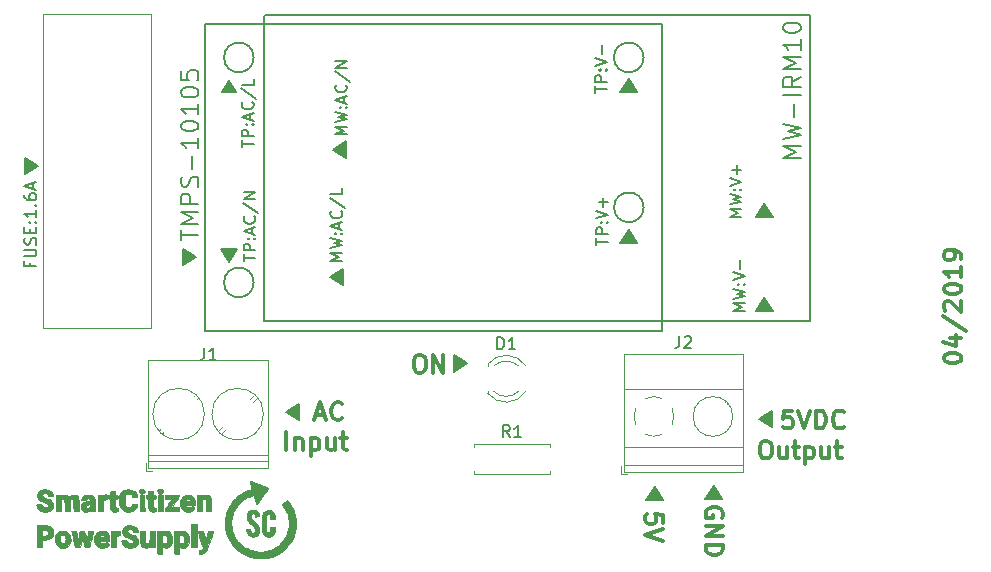
<source format=gbr>
%TF.GenerationSoftware,KiCad,Pcbnew,(5.0.2-5)-5*%
%TF.CreationDate,2019-04-17T13:51:17+02:00*%
%TF.ProjectId,PowerSupply,506f7765-7253-4757-9070-6c792e6b6963,rev?*%
%TF.SameCoordinates,Original*%
%TF.FileFunction,Legend,Top*%
%TF.FilePolarity,Positive*%
%FSLAX46Y46*%
G04 Gerber Fmt 4.6, Leading zero omitted, Abs format (unit mm)*
G04 Created by KiCad (PCBNEW (5.0.2-5)-5) date 2019 April 17, Wednesday 13:51:17*
%MOMM*%
%LPD*%
G01*
G04 APERTURE LIST*
%ADD10C,0.150000*%
%ADD11C,0.300000*%
%ADD12C,0.120000*%
%ADD13C,0.010000*%
G04 APERTURE END LIST*
D10*
G36*
X143900000Y-105900000D02*
X145000000Y-106600000D01*
X145000000Y-105200000D01*
X143900000Y-105900000D01*
G37*
X143900000Y-105900000D02*
X145000000Y-106600000D01*
X145000000Y-105200000D01*
X143900000Y-105900000D01*
G36*
X183900000Y-106500000D02*
X185000000Y-107200000D01*
X185000000Y-105800000D01*
X183900000Y-106500000D01*
G37*
X183900000Y-106500000D02*
X185000000Y-107200000D01*
X185000000Y-105800000D01*
X183900000Y-106500000D01*
G36*
X159200000Y-101800000D02*
X158100000Y-101100000D01*
X158100000Y-102500000D01*
X159200000Y-101800000D01*
G37*
X159200000Y-101800000D02*
X158100000Y-101100000D01*
X158100000Y-102500000D01*
X159200000Y-101800000D01*
D11*
X155071428Y-101078571D02*
X155357142Y-101078571D01*
X155500000Y-101150000D01*
X155642857Y-101292857D01*
X155714285Y-101578571D01*
X155714285Y-102078571D01*
X155642857Y-102364285D01*
X155500000Y-102507142D01*
X155357142Y-102578571D01*
X155071428Y-102578571D01*
X154928571Y-102507142D01*
X154785714Y-102364285D01*
X154714285Y-102078571D01*
X154714285Y-101578571D01*
X154785714Y-101292857D01*
X154928571Y-101150000D01*
X155071428Y-101078571D01*
X156357142Y-102578571D02*
X156357142Y-101078571D01*
X157214285Y-102578571D01*
X157214285Y-101078571D01*
X199578571Y-101428571D02*
X199578571Y-101285714D01*
X199650000Y-101142857D01*
X199721428Y-101071428D01*
X199864285Y-101000000D01*
X200150000Y-100928571D01*
X200507142Y-100928571D01*
X200792857Y-101000000D01*
X200935714Y-101071428D01*
X201007142Y-101142857D01*
X201078571Y-101285714D01*
X201078571Y-101428571D01*
X201007142Y-101571428D01*
X200935714Y-101642857D01*
X200792857Y-101714285D01*
X200507142Y-101785714D01*
X200150000Y-101785714D01*
X199864285Y-101714285D01*
X199721428Y-101642857D01*
X199650000Y-101571428D01*
X199578571Y-101428571D01*
X200078571Y-99642857D02*
X201078571Y-99642857D01*
X199507142Y-100000000D02*
X200578571Y-100357142D01*
X200578571Y-99428571D01*
X199507142Y-97785714D02*
X201435714Y-99071428D01*
X199721428Y-97357142D02*
X199650000Y-97285714D01*
X199578571Y-97142857D01*
X199578571Y-96785714D01*
X199650000Y-96642857D01*
X199721428Y-96571428D01*
X199864285Y-96500000D01*
X200007142Y-96500000D01*
X200221428Y-96571428D01*
X201078571Y-97428571D01*
X201078571Y-96500000D01*
X199578571Y-95571428D02*
X199578571Y-95428571D01*
X199650000Y-95285714D01*
X199721428Y-95214285D01*
X199864285Y-95142857D01*
X200150000Y-95071428D01*
X200507142Y-95071428D01*
X200792857Y-95142857D01*
X200935714Y-95214285D01*
X201007142Y-95285714D01*
X201078571Y-95428571D01*
X201078571Y-95571428D01*
X201007142Y-95714285D01*
X200935714Y-95785714D01*
X200792857Y-95857142D01*
X200507142Y-95928571D01*
X200150000Y-95928571D01*
X199864285Y-95857142D01*
X199721428Y-95785714D01*
X199650000Y-95714285D01*
X199578571Y-95571428D01*
X201078571Y-93642857D02*
X201078571Y-94500000D01*
X201078571Y-94071428D02*
X199578571Y-94071428D01*
X199792857Y-94214285D01*
X199935714Y-94357142D01*
X200007142Y-94500000D01*
X201078571Y-92928571D02*
X201078571Y-92642857D01*
X201007142Y-92500000D01*
X200935714Y-92428571D01*
X200721428Y-92285714D01*
X200435714Y-92214285D01*
X199864285Y-92214285D01*
X199721428Y-92285714D01*
X199650000Y-92357142D01*
X199578571Y-92500000D01*
X199578571Y-92785714D01*
X199650000Y-92928571D01*
X199721428Y-93000000D01*
X199864285Y-93071428D01*
X200221428Y-93071428D01*
X200364285Y-93000000D01*
X200435714Y-92928571D01*
X200507142Y-92785714D01*
X200507142Y-92500000D01*
X200435714Y-92357142D01*
X200364285Y-92285714D01*
X200221428Y-92214285D01*
D10*
G36*
X136300000Y-92800000D02*
X135200000Y-92100000D01*
X135200000Y-93500000D01*
X136300000Y-92800000D01*
G37*
X136300000Y-92800000D02*
X135200000Y-92100000D01*
X135200000Y-93500000D01*
X136300000Y-92800000D01*
G36*
X139050000Y-93250000D02*
X139750000Y-92150000D01*
X138350000Y-92150000D01*
X139050000Y-93250000D01*
G37*
X139050000Y-93250000D02*
X139750000Y-92150000D01*
X138350000Y-92150000D01*
X139050000Y-93250000D01*
G36*
X147900000Y-83700000D02*
X149000000Y-84400000D01*
X149000000Y-83000000D01*
X147900000Y-83700000D01*
G37*
X147900000Y-83700000D02*
X149000000Y-84400000D01*
X149000000Y-83000000D01*
X147900000Y-83700000D01*
G36*
X147600000Y-94500000D02*
X148700000Y-95200000D01*
X148700000Y-93800000D01*
X147600000Y-94500000D01*
G37*
X147600000Y-94500000D02*
X148700000Y-95200000D01*
X148700000Y-93800000D01*
X147600000Y-94500000D01*
G36*
X122900000Y-85100000D02*
X121800000Y-84400000D01*
X121800000Y-85800000D01*
X122900000Y-85100000D01*
G37*
X122900000Y-85100000D02*
X121800000Y-84400000D01*
X121800000Y-85800000D01*
X122900000Y-85100000D01*
G36*
X184400000Y-96300000D02*
X183700000Y-97400000D01*
X185100000Y-97400000D01*
X184400000Y-96300000D01*
G37*
X184400000Y-96300000D02*
X183700000Y-97400000D01*
X185100000Y-97400000D01*
X184400000Y-96300000D01*
G36*
X184400000Y-88300000D02*
X183700000Y-89400000D01*
X185100000Y-89400000D01*
X184400000Y-88300000D01*
G37*
X184400000Y-88300000D02*
X183700000Y-89400000D01*
X185100000Y-89400000D01*
X184400000Y-88300000D01*
G36*
X172900000Y-90500000D02*
X172200000Y-91600000D01*
X173600000Y-91600000D01*
X172900000Y-90500000D01*
G37*
X172900000Y-90500000D02*
X172200000Y-91600000D01*
X173600000Y-91600000D01*
X172900000Y-90500000D01*
G36*
X172900000Y-77700000D02*
X172200000Y-78800000D01*
X173600000Y-78800000D01*
X172900000Y-77700000D01*
G37*
X172900000Y-77700000D02*
X172200000Y-78800000D01*
X173600000Y-78800000D01*
X172900000Y-77700000D01*
G36*
X175100000Y-112300000D02*
X174400000Y-113400000D01*
X175800000Y-113400000D01*
X175100000Y-112300000D01*
G37*
X175100000Y-112300000D02*
X174400000Y-113400000D01*
X175800000Y-113400000D01*
X175100000Y-112300000D01*
G36*
X180100000Y-112200000D02*
X179400000Y-113300000D01*
X180800000Y-113300000D01*
X180100000Y-112200000D01*
G37*
X180100000Y-112200000D02*
X179400000Y-113300000D01*
X180800000Y-113300000D01*
X180100000Y-112200000D01*
D11*
X175821428Y-115314285D02*
X175821428Y-114600000D01*
X175107142Y-114528571D01*
X175178571Y-114600000D01*
X175250000Y-114742857D01*
X175250000Y-115100000D01*
X175178571Y-115242857D01*
X175107142Y-115314285D01*
X174964285Y-115385714D01*
X174607142Y-115385714D01*
X174464285Y-115314285D01*
X174392857Y-115242857D01*
X174321428Y-115100000D01*
X174321428Y-114742857D01*
X174392857Y-114600000D01*
X174464285Y-114528571D01*
X175821428Y-115814285D02*
X174321428Y-116314285D01*
X175821428Y-116814285D01*
X180850000Y-114857142D02*
X180921428Y-114714285D01*
X180921428Y-114500000D01*
X180850000Y-114285714D01*
X180707142Y-114142857D01*
X180564285Y-114071428D01*
X180278571Y-114000000D01*
X180064285Y-114000000D01*
X179778571Y-114071428D01*
X179635714Y-114142857D01*
X179492857Y-114285714D01*
X179421428Y-114500000D01*
X179421428Y-114642857D01*
X179492857Y-114857142D01*
X179564285Y-114928571D01*
X180064285Y-114928571D01*
X180064285Y-114642857D01*
X179421428Y-115571428D02*
X180921428Y-115571428D01*
X179421428Y-116428571D01*
X180921428Y-116428571D01*
X179421428Y-117142857D02*
X180921428Y-117142857D01*
X180921428Y-117500000D01*
X180850000Y-117714285D01*
X180707142Y-117857142D01*
X180564285Y-117928571D01*
X180278571Y-118000000D01*
X180064285Y-118000000D01*
X179778571Y-117928571D01*
X179635714Y-117857142D01*
X179492857Y-117714285D01*
X179421428Y-117500000D01*
X179421428Y-117142857D01*
D10*
G36*
X139100000Y-77900000D02*
X138500000Y-78800000D01*
X139700000Y-78800000D01*
X139100000Y-77900000D01*
G37*
X139100000Y-77900000D02*
X138500000Y-78800000D01*
X139700000Y-78800000D01*
X139100000Y-77900000D01*
D11*
X146435714Y-106175000D02*
X147150000Y-106175000D01*
X146292857Y-106603571D02*
X146792857Y-105103571D01*
X147292857Y-106603571D01*
X148650000Y-106460714D02*
X148578571Y-106532142D01*
X148364285Y-106603571D01*
X148221428Y-106603571D01*
X148007142Y-106532142D01*
X147864285Y-106389285D01*
X147792857Y-106246428D01*
X147721428Y-105960714D01*
X147721428Y-105746428D01*
X147792857Y-105460714D01*
X147864285Y-105317857D01*
X148007142Y-105175000D01*
X148221428Y-105103571D01*
X148364285Y-105103571D01*
X148578571Y-105175000D01*
X148650000Y-105246428D01*
X143935714Y-109153571D02*
X143935714Y-107653571D01*
X144650000Y-108153571D02*
X144650000Y-109153571D01*
X144650000Y-108296428D02*
X144721428Y-108225000D01*
X144864285Y-108153571D01*
X145078571Y-108153571D01*
X145221428Y-108225000D01*
X145292857Y-108367857D01*
X145292857Y-109153571D01*
X146007142Y-108153571D02*
X146007142Y-109653571D01*
X146007142Y-108225000D02*
X146150000Y-108153571D01*
X146435714Y-108153571D01*
X146578571Y-108225000D01*
X146650000Y-108296428D01*
X146721428Y-108439285D01*
X146721428Y-108867857D01*
X146650000Y-109010714D01*
X146578571Y-109082142D01*
X146435714Y-109153571D01*
X146150000Y-109153571D01*
X146007142Y-109082142D01*
X148007142Y-108153571D02*
X148007142Y-109153571D01*
X147364285Y-108153571D02*
X147364285Y-108939285D01*
X147435714Y-109082142D01*
X147578571Y-109153571D01*
X147792857Y-109153571D01*
X147935714Y-109082142D01*
X148007142Y-109010714D01*
X148507142Y-108153571D02*
X149078571Y-108153571D01*
X148721428Y-107653571D02*
X148721428Y-108939285D01*
X148792857Y-109082142D01*
X148935714Y-109153571D01*
X149078571Y-109153571D01*
X186757142Y-105803571D02*
X186042857Y-105803571D01*
X185971428Y-106517857D01*
X186042857Y-106446428D01*
X186185714Y-106375000D01*
X186542857Y-106375000D01*
X186685714Y-106446428D01*
X186757142Y-106517857D01*
X186828571Y-106660714D01*
X186828571Y-107017857D01*
X186757142Y-107160714D01*
X186685714Y-107232142D01*
X186542857Y-107303571D01*
X186185714Y-107303571D01*
X186042857Y-107232142D01*
X185971428Y-107160714D01*
X187257142Y-105803571D02*
X187757142Y-107303571D01*
X188257142Y-105803571D01*
X188757142Y-107303571D02*
X188757142Y-105803571D01*
X189114285Y-105803571D01*
X189328571Y-105875000D01*
X189471428Y-106017857D01*
X189542857Y-106160714D01*
X189614285Y-106446428D01*
X189614285Y-106660714D01*
X189542857Y-106946428D01*
X189471428Y-107089285D01*
X189328571Y-107232142D01*
X189114285Y-107303571D01*
X188757142Y-107303571D01*
X191114285Y-107160714D02*
X191042857Y-107232142D01*
X190828571Y-107303571D01*
X190685714Y-107303571D01*
X190471428Y-107232142D01*
X190328571Y-107089285D01*
X190257142Y-106946428D01*
X190185714Y-106660714D01*
X190185714Y-106446428D01*
X190257142Y-106160714D01*
X190328571Y-106017857D01*
X190471428Y-105875000D01*
X190685714Y-105803571D01*
X190828571Y-105803571D01*
X191042857Y-105875000D01*
X191114285Y-105946428D01*
X184364285Y-108353571D02*
X184650000Y-108353571D01*
X184792857Y-108425000D01*
X184935714Y-108567857D01*
X185007142Y-108853571D01*
X185007142Y-109353571D01*
X184935714Y-109639285D01*
X184792857Y-109782142D01*
X184650000Y-109853571D01*
X184364285Y-109853571D01*
X184221428Y-109782142D01*
X184078571Y-109639285D01*
X184007142Y-109353571D01*
X184007142Y-108853571D01*
X184078571Y-108567857D01*
X184221428Y-108425000D01*
X184364285Y-108353571D01*
X186292857Y-108853571D02*
X186292857Y-109853571D01*
X185650000Y-108853571D02*
X185650000Y-109639285D01*
X185721428Y-109782142D01*
X185864285Y-109853571D01*
X186078571Y-109853571D01*
X186221428Y-109782142D01*
X186292857Y-109710714D01*
X186792857Y-108853571D02*
X187364285Y-108853571D01*
X187007142Y-108353571D02*
X187007142Y-109639285D01*
X187078571Y-109782142D01*
X187221428Y-109853571D01*
X187364285Y-109853571D01*
X187864285Y-108853571D02*
X187864285Y-110353571D01*
X187864285Y-108925000D02*
X188007142Y-108853571D01*
X188292857Y-108853571D01*
X188435714Y-108925000D01*
X188507142Y-108996428D01*
X188578571Y-109139285D01*
X188578571Y-109567857D01*
X188507142Y-109710714D01*
X188435714Y-109782142D01*
X188292857Y-109853571D01*
X188007142Y-109853571D01*
X187864285Y-109782142D01*
X189864285Y-108853571D02*
X189864285Y-109853571D01*
X189221428Y-108853571D02*
X189221428Y-109639285D01*
X189292857Y-109782142D01*
X189435714Y-109853571D01*
X189650000Y-109853571D01*
X189792857Y-109782142D01*
X189864285Y-109710714D01*
X190364285Y-108853571D02*
X190935714Y-108853571D01*
X190578571Y-108353571D02*
X190578571Y-109639285D01*
X190650000Y-109782142D01*
X190792857Y-109853571D01*
X190935714Y-109853571D01*
D10*
X142070000Y-98230000D02*
X142070000Y-72350000D01*
X188230000Y-98230000D02*
X142070000Y-98230000D01*
X188230000Y-72340000D02*
X188230000Y-98230000D01*
X142080000Y-72340000D02*
X188230000Y-72340000D01*
D12*
X123280000Y-98820000D02*
X123280000Y-72220000D01*
X123280000Y-98820000D02*
X132480000Y-98820000D01*
X132480000Y-72220000D02*
X123280000Y-72220000D01*
X132480000Y-72220000D02*
X132480000Y-98820000D01*
X132000000Y-110900000D02*
X132580000Y-110900000D01*
X132000000Y-110260000D02*
X132000000Y-110900000D01*
X138542000Y-107092000D02*
X138147000Y-107488000D01*
X141188000Y-104446000D02*
X140808000Y-104826000D01*
X138793000Y-107374000D02*
X138413000Y-107754000D01*
X141454000Y-104712000D02*
X141059000Y-105108000D01*
X133252000Y-107381000D02*
X133146000Y-107488000D01*
X136188000Y-104446000D02*
X136081000Y-104553000D01*
X133518000Y-107647000D02*
X133412000Y-107754000D01*
X136454000Y-104712000D02*
X136347000Y-104819000D01*
X142360000Y-101540000D02*
X142360000Y-110660000D01*
X132240000Y-101540000D02*
X132240000Y-110700000D01*
X132240000Y-110700000D02*
X142360000Y-110700000D01*
X132240000Y-101540000D02*
X142360000Y-101540000D01*
X132240000Y-109600000D02*
X142360000Y-109600000D01*
X132240000Y-110100000D02*
X142360000Y-110100000D01*
X141980000Y-106100000D02*
G75*
G03X141980000Y-106100000I-2180000J0D01*
G01*
X136980000Y-106100000D02*
G75*
G03X136980000Y-106100000I-2180000J0D01*
G01*
X172240000Y-111200000D02*
X172740000Y-111200000D01*
X172240000Y-110460000D02*
X172240000Y-111200000D01*
X178813000Y-107323000D02*
X178766000Y-107369000D01*
X181110000Y-105025000D02*
X181075000Y-105061000D01*
X179006000Y-107539000D02*
X178971000Y-107574000D01*
X181315000Y-105231000D02*
X181268000Y-105277000D01*
X182600000Y-101039000D02*
X182600000Y-110960000D01*
X172480000Y-101039000D02*
X172480000Y-110960000D01*
X172480000Y-110960000D02*
X182600000Y-110960000D01*
X172480000Y-101039000D02*
X182600000Y-101039000D01*
X172480000Y-103999000D02*
X182600000Y-103999000D01*
X172480000Y-108900000D02*
X182600000Y-108900000D01*
X172480000Y-110400000D02*
X182600000Y-110400000D01*
X181720000Y-106300000D02*
G75*
G03X181720000Y-106300000I-1680000J0D01*
G01*
X175068805Y-107980253D02*
G75*
G02X174356000Y-107835000I-28805J1680253D01*
G01*
X173504574Y-106983042D02*
G75*
G02X173505000Y-105616000I1535426J683042D01*
G01*
X174356958Y-104764574D02*
G75*
G02X175724000Y-104765000I683042J-1535426D01*
G01*
X176575426Y-105616958D02*
G75*
G02X176575000Y-106984000I-1535426J-683042D01*
G01*
X175723318Y-107834756D02*
G75*
G02X175040000Y-107980000I-683318J1534756D01*
G01*
D10*
X137070000Y-99030000D02*
X137070000Y-73070000D01*
X175730000Y-99030000D02*
X137070000Y-99030000D01*
X175730000Y-73060000D02*
X175730000Y-99030000D01*
X137070000Y-73070000D02*
X175730000Y-73060000D01*
X141153994Y-94950000D02*
G75*
G03X141153994Y-94950000I-1253994J0D01*
G01*
X141153994Y-75900000D02*
G75*
G03X141153994Y-75900000I-1253994J0D01*
G01*
X174173994Y-88590000D02*
G75*
G03X174173994Y-88590000I-1253994J0D01*
G01*
X174163994Y-75900000D02*
G75*
G03X174163994Y-75900000I-1253994J0D01*
G01*
D12*
X160970000Y-104180000D02*
X160970000Y-104336000D01*
X160970000Y-101864000D02*
X160970000Y-102020000D01*
X163571130Y-104179837D02*
G75*
G02X161489039Y-104180000I-1041130J1079837D01*
G01*
X163571130Y-102020163D02*
G75*
G03X161489039Y-102020000I-1041130J-1079837D01*
G01*
X164202335Y-104178608D02*
G75*
G02X160970000Y-104335516I-1672335J1078608D01*
G01*
X164202335Y-102021392D02*
G75*
G03X160970000Y-101864484I-1672335J-1078608D01*
G01*
X166220000Y-111210000D02*
X166220000Y-110880000D01*
X159800000Y-111210000D02*
X166220000Y-111210000D01*
X159800000Y-110880000D02*
X159800000Y-111210000D01*
X166220000Y-108590000D02*
X166220000Y-108920000D01*
X159800000Y-108590000D02*
X166220000Y-108590000D01*
X159800000Y-108920000D02*
X159800000Y-108590000D01*
D13*
G36*
X142427669Y-114226577D02*
X142462492Y-114228077D01*
X142493173Y-114230685D01*
X142516870Y-114234372D01*
X142517394Y-114234488D01*
X142589322Y-114255533D01*
X142656140Y-114285178D01*
X142717360Y-114323042D01*
X142772497Y-114368746D01*
X142821063Y-114421910D01*
X142862572Y-114482153D01*
X142883099Y-114519940D01*
X142895440Y-114545413D01*
X142905566Y-114568113D01*
X142913709Y-114589439D01*
X142920104Y-114610793D01*
X142924984Y-114633576D01*
X142928583Y-114659189D01*
X142931136Y-114689034D01*
X142932875Y-114724511D01*
X142934034Y-114767022D01*
X142934848Y-114817968D01*
X142935011Y-114831090D01*
X142937049Y-115000000D01*
X142580720Y-115000000D01*
X142580720Y-114852870D01*
X142580675Y-114809857D01*
X142580490Y-114775685D01*
X142580085Y-114749037D01*
X142579379Y-114728593D01*
X142578293Y-114713036D01*
X142576748Y-114701047D01*
X142574664Y-114691308D01*
X142571961Y-114682501D01*
X142570129Y-114677434D01*
X142554523Y-114647602D01*
X142531294Y-114618566D01*
X142502832Y-114592836D01*
X142471528Y-114572926D01*
X142469872Y-114572099D01*
X142452235Y-114563916D01*
X142437672Y-114558961D01*
X142422383Y-114556443D01*
X142402568Y-114555568D01*
X142390326Y-114555500D01*
X142366238Y-114555950D01*
X142348439Y-114557786D01*
X142333081Y-114561738D01*
X142316314Y-114568534D01*
X142312635Y-114570215D01*
X142282626Y-114588394D01*
X142253892Y-114613565D01*
X142229172Y-114642862D01*
X142211210Y-114673424D01*
X142209102Y-114678349D01*
X142197180Y-114707900D01*
X142197180Y-115978114D01*
X142213779Y-116011833D01*
X142235740Y-116047025D01*
X142263654Y-116076873D01*
X142295666Y-116099694D01*
X142324818Y-116112347D01*
X142369483Y-116121146D01*
X142413647Y-116120314D01*
X142455998Y-116110224D01*
X142495221Y-116091249D01*
X142530003Y-116063760D01*
X142542124Y-116050761D01*
X142551877Y-116038944D01*
X142559835Y-116027747D01*
X142566180Y-116016011D01*
X142571093Y-116002577D01*
X142574758Y-115986288D01*
X142577356Y-115965984D01*
X142579068Y-115940507D01*
X142580078Y-115908699D01*
X142580565Y-115869400D01*
X142580714Y-115821452D01*
X142580720Y-115804989D01*
X142580720Y-115635000D01*
X142936320Y-115635000D01*
X142936320Y-115817214D01*
X142936192Y-115873153D01*
X142935734Y-115920196D01*
X142934833Y-115959605D01*
X142933376Y-115992641D01*
X142931251Y-116020566D01*
X142928345Y-116044642D01*
X142924546Y-116066130D01*
X142919740Y-116086292D01*
X142913814Y-116106391D01*
X142909268Y-116120140D01*
X142882943Y-116182043D01*
X142847774Y-116240875D01*
X142804889Y-116295505D01*
X142755419Y-116344804D01*
X142700491Y-116387644D01*
X142641233Y-116422896D01*
X142580720Y-116448760D01*
X142535390Y-116461396D01*
X142483992Y-116470522D01*
X142430113Y-116475795D01*
X142377336Y-116476872D01*
X142329249Y-116473411D01*
X142326492Y-116473038D01*
X142256182Y-116458155D01*
X142188903Y-116433702D01*
X142125167Y-116399951D01*
X142065484Y-116357174D01*
X142010364Y-116305644D01*
X142008216Y-116303355D01*
X141967794Y-116254942D01*
X141935233Y-116204047D01*
X141909299Y-116148417D01*
X141888760Y-116085802D01*
X141888428Y-116084580D01*
X141886843Y-116078641D01*
X141885416Y-116072762D01*
X141884138Y-116066401D01*
X141882999Y-116059012D01*
X141881989Y-116050052D01*
X141881099Y-116038977D01*
X141880318Y-116025243D01*
X141879638Y-116008306D01*
X141879048Y-115987622D01*
X141878538Y-115962649D01*
X141878100Y-115932840D01*
X141877722Y-115897654D01*
X141877396Y-115856545D01*
X141877112Y-115808970D01*
X141876859Y-115754385D01*
X141876629Y-115692247D01*
X141876411Y-115622011D01*
X141876196Y-115543133D01*
X141875974Y-115455070D01*
X141875786Y-115378460D01*
X141875554Y-115268053D01*
X141875420Y-115167615D01*
X141875386Y-115076955D01*
X141875453Y-114995883D01*
X141875622Y-114924208D01*
X141875894Y-114861740D01*
X141876270Y-114808287D01*
X141876750Y-114763659D01*
X141877337Y-114727666D01*
X141878031Y-114700117D01*
X141878833Y-114680821D01*
X141879717Y-114669800D01*
X141893276Y-114603198D01*
X141916042Y-114539642D01*
X141947338Y-114479831D01*
X141986485Y-114424463D01*
X142032804Y-114374240D01*
X142085619Y-114329859D01*
X142144249Y-114292022D01*
X142208019Y-114261427D01*
X142276248Y-114238775D01*
X142303860Y-114232257D01*
X142326800Y-114229026D01*
X142356979Y-114227022D01*
X142391549Y-114226216D01*
X142427669Y-114226577D01*
X142427669Y-114226577D01*
G37*
X142427669Y-114226577D02*
X142462492Y-114228077D01*
X142493173Y-114230685D01*
X142516870Y-114234372D01*
X142517394Y-114234488D01*
X142589322Y-114255533D01*
X142656140Y-114285178D01*
X142717360Y-114323042D01*
X142772497Y-114368746D01*
X142821063Y-114421910D01*
X142862572Y-114482153D01*
X142883099Y-114519940D01*
X142895440Y-114545413D01*
X142905566Y-114568113D01*
X142913709Y-114589439D01*
X142920104Y-114610793D01*
X142924984Y-114633576D01*
X142928583Y-114659189D01*
X142931136Y-114689034D01*
X142932875Y-114724511D01*
X142934034Y-114767022D01*
X142934848Y-114817968D01*
X142935011Y-114831090D01*
X142937049Y-115000000D01*
X142580720Y-115000000D01*
X142580720Y-114852870D01*
X142580675Y-114809857D01*
X142580490Y-114775685D01*
X142580085Y-114749037D01*
X142579379Y-114728593D01*
X142578293Y-114713036D01*
X142576748Y-114701047D01*
X142574664Y-114691308D01*
X142571961Y-114682501D01*
X142570129Y-114677434D01*
X142554523Y-114647602D01*
X142531294Y-114618566D01*
X142502832Y-114592836D01*
X142471528Y-114572926D01*
X142469872Y-114572099D01*
X142452235Y-114563916D01*
X142437672Y-114558961D01*
X142422383Y-114556443D01*
X142402568Y-114555568D01*
X142390326Y-114555500D01*
X142366238Y-114555950D01*
X142348439Y-114557786D01*
X142333081Y-114561738D01*
X142316314Y-114568534D01*
X142312635Y-114570215D01*
X142282626Y-114588394D01*
X142253892Y-114613565D01*
X142229172Y-114642862D01*
X142211210Y-114673424D01*
X142209102Y-114678349D01*
X142197180Y-114707900D01*
X142197180Y-115978114D01*
X142213779Y-116011833D01*
X142235740Y-116047025D01*
X142263654Y-116076873D01*
X142295666Y-116099694D01*
X142324818Y-116112347D01*
X142369483Y-116121146D01*
X142413647Y-116120314D01*
X142455998Y-116110224D01*
X142495221Y-116091249D01*
X142530003Y-116063760D01*
X142542124Y-116050761D01*
X142551877Y-116038944D01*
X142559835Y-116027747D01*
X142566180Y-116016011D01*
X142571093Y-116002577D01*
X142574758Y-115986288D01*
X142577356Y-115965984D01*
X142579068Y-115940507D01*
X142580078Y-115908699D01*
X142580565Y-115869400D01*
X142580714Y-115821452D01*
X142580720Y-115804989D01*
X142580720Y-115635000D01*
X142936320Y-115635000D01*
X142936320Y-115817214D01*
X142936192Y-115873153D01*
X142935734Y-115920196D01*
X142934833Y-115959605D01*
X142933376Y-115992641D01*
X142931251Y-116020566D01*
X142928345Y-116044642D01*
X142924546Y-116066130D01*
X142919740Y-116086292D01*
X142913814Y-116106391D01*
X142909268Y-116120140D01*
X142882943Y-116182043D01*
X142847774Y-116240875D01*
X142804889Y-116295505D01*
X142755419Y-116344804D01*
X142700491Y-116387644D01*
X142641233Y-116422896D01*
X142580720Y-116448760D01*
X142535390Y-116461396D01*
X142483992Y-116470522D01*
X142430113Y-116475795D01*
X142377336Y-116476872D01*
X142329249Y-116473411D01*
X142326492Y-116473038D01*
X142256182Y-116458155D01*
X142188903Y-116433702D01*
X142125167Y-116399951D01*
X142065484Y-116357174D01*
X142010364Y-116305644D01*
X142008216Y-116303355D01*
X141967794Y-116254942D01*
X141935233Y-116204047D01*
X141909299Y-116148417D01*
X141888760Y-116085802D01*
X141888428Y-116084580D01*
X141886843Y-116078641D01*
X141885416Y-116072762D01*
X141884138Y-116066401D01*
X141882999Y-116059012D01*
X141881989Y-116050052D01*
X141881099Y-116038977D01*
X141880318Y-116025243D01*
X141879638Y-116008306D01*
X141879048Y-115987622D01*
X141878538Y-115962649D01*
X141878100Y-115932840D01*
X141877722Y-115897654D01*
X141877396Y-115856545D01*
X141877112Y-115808970D01*
X141876859Y-115754385D01*
X141876629Y-115692247D01*
X141876411Y-115622011D01*
X141876196Y-115543133D01*
X141875974Y-115455070D01*
X141875786Y-115378460D01*
X141875554Y-115268053D01*
X141875420Y-115167615D01*
X141875386Y-115076955D01*
X141875453Y-114995883D01*
X141875622Y-114924208D01*
X141875894Y-114861740D01*
X141876270Y-114808287D01*
X141876750Y-114763659D01*
X141877337Y-114727666D01*
X141878031Y-114700117D01*
X141878833Y-114680821D01*
X141879717Y-114669800D01*
X141893276Y-114603198D01*
X141916042Y-114539642D01*
X141947338Y-114479831D01*
X141986485Y-114424463D01*
X142032804Y-114374240D01*
X142085619Y-114329859D01*
X142144249Y-114292022D01*
X142208019Y-114261427D01*
X142276248Y-114238775D01*
X142303860Y-114232257D01*
X142326800Y-114229026D01*
X142356979Y-114227022D01*
X142391549Y-114226216D01*
X142427669Y-114226577D01*
G36*
X141161957Y-114201785D02*
X141230711Y-114212993D01*
X141296231Y-114231285D01*
X141332193Y-114245208D01*
X141370759Y-114263122D01*
X141402748Y-114281197D01*
X141431529Y-114301678D01*
X141460468Y-114326810D01*
X141473793Y-114339600D01*
X141519877Y-114390644D01*
X141557166Y-114445136D01*
X141586641Y-114504725D01*
X141607355Y-114564271D01*
X141612785Y-114584813D01*
X141618338Y-114608882D01*
X141623646Y-114634443D01*
X141628338Y-114659459D01*
X141632045Y-114681895D01*
X141634399Y-114699716D01*
X141635029Y-114710885D01*
X141634438Y-114713534D01*
X141628925Y-114715109D01*
X141614874Y-114718147D01*
X141593761Y-114722380D01*
X141567060Y-114727538D01*
X141536245Y-114733354D01*
X141502792Y-114739558D01*
X141468173Y-114745881D01*
X141433865Y-114752056D01*
X141401340Y-114757813D01*
X141372074Y-114762883D01*
X141347541Y-114766998D01*
X141329215Y-114769889D01*
X141318572Y-114771287D01*
X141317070Y-114771375D01*
X141308116Y-114768793D01*
X141305640Y-114759374D01*
X141305640Y-114759351D01*
X141303783Y-114742746D01*
X141298773Y-114719597D01*
X141291447Y-114692705D01*
X141282643Y-114664869D01*
X141273200Y-114638888D01*
X141263955Y-114617563D01*
X141262096Y-114613899D01*
X141236944Y-114574581D01*
X141207687Y-114544557D01*
X141174315Y-114523821D01*
X141136819Y-114512367D01*
X141095188Y-114510190D01*
X141071346Y-114512812D01*
X141038462Y-114520716D01*
X141011766Y-114533673D01*
X140987818Y-114553482D01*
X140981922Y-114559646D01*
X140958749Y-114589456D01*
X140941799Y-114622535D01*
X140930583Y-114660437D01*
X140924614Y-114704712D01*
X140923288Y-114746000D01*
X140926686Y-114800589D01*
X140936926Y-114852611D01*
X140954574Y-114903564D01*
X140980195Y-114954944D01*
X141014354Y-115008252D01*
X141030557Y-115030480D01*
X141054856Y-115061245D01*
X141080873Y-115090870D01*
X141110077Y-115120819D01*
X141143937Y-115152554D01*
X141183921Y-115187537D01*
X141211660Y-115210860D01*
X141247607Y-115240992D01*
X141277579Y-115266823D01*
X141303638Y-115290267D01*
X141327844Y-115313242D01*
X141352257Y-115337662D01*
X141378938Y-115365444D01*
X141386317Y-115373259D01*
X141448174Y-115442601D01*
X141500832Y-115509711D01*
X141544775Y-115575437D01*
X141580486Y-115640627D01*
X141608448Y-115706128D01*
X141629144Y-115772789D01*
X141638712Y-115815980D01*
X141642912Y-115848550D01*
X141644948Y-115887985D01*
X141644909Y-115931245D01*
X141642884Y-115975287D01*
X141638963Y-116017070D01*
X141633236Y-116053553D01*
X141631479Y-116061720D01*
X141612374Y-116127350D01*
X141586361Y-116189866D01*
X141554259Y-116248048D01*
X141516889Y-116300674D01*
X141475068Y-116346526D01*
X141429615Y-116384383D01*
X141403572Y-116401233D01*
X141341571Y-116431801D01*
X141273854Y-116454873D01*
X141201835Y-116470192D01*
X141126923Y-116477506D01*
X141050532Y-116476557D01*
X141009009Y-116472501D01*
X140935238Y-116458518D01*
X140867316Y-116436241D01*
X140805182Y-116405640D01*
X140748772Y-116366686D01*
X140701651Y-116323204D01*
X140653030Y-116264668D01*
X140611684Y-116199178D01*
X140577714Y-116126976D01*
X140551221Y-116048303D01*
X140532305Y-115963399D01*
X140523285Y-115897088D01*
X140521268Y-115875710D01*
X140519955Y-115858504D01*
X140519500Y-115847701D01*
X140519739Y-115845166D01*
X140524916Y-115844498D01*
X140538740Y-115843272D01*
X140559721Y-115841595D01*
X140586370Y-115839569D01*
X140617194Y-115837302D01*
X140650704Y-115834895D01*
X140685409Y-115832456D01*
X140719818Y-115830087D01*
X140752441Y-115827894D01*
X140781788Y-115825981D01*
X140806366Y-115824453D01*
X140824687Y-115823414D01*
X140835260Y-115822970D01*
X140836125Y-115822961D01*
X140841053Y-115823946D01*
X140844840Y-115828073D01*
X140848144Y-115837099D01*
X140851620Y-115852781D01*
X140855612Y-115875030D01*
X140864727Y-115918885D01*
X140876640Y-115962245D01*
X140890430Y-116002243D01*
X140905175Y-116036013D01*
X140910698Y-116046373D01*
X140929114Y-116073178D01*
X140953062Y-116100104D01*
X140979512Y-116124130D01*
X141005430Y-116142234D01*
X141008729Y-116144063D01*
X141046395Y-116158606D01*
X141086676Y-116164027D01*
X141127687Y-116160313D01*
X141167543Y-116147452D01*
X141172402Y-116145175D01*
X141195094Y-116131234D01*
X141219310Y-116111633D01*
X141242188Y-116089114D01*
X141260865Y-116066419D01*
X141270023Y-116051669D01*
X141281993Y-116020501D01*
X141290313Y-115982718D01*
X141294728Y-115941280D01*
X141294982Y-115899149D01*
X141290822Y-115859285D01*
X141287852Y-115844588D01*
X141272340Y-115796724D01*
X141248507Y-115747510D01*
X141217551Y-115699149D01*
X141189956Y-115664276D01*
X141182339Y-115656299D01*
X141168100Y-115642209D01*
X141148073Y-115622800D01*
X141123087Y-115598864D01*
X141093974Y-115571195D01*
X141061566Y-115540587D01*
X141026694Y-115507832D01*
X140993011Y-115476353D01*
X140955475Y-115441169D01*
X140918755Y-115406391D01*
X140883830Y-115372971D01*
X140851683Y-115341865D01*
X140823294Y-115314024D01*
X140799644Y-115290405D01*
X140781713Y-115271959D01*
X140772240Y-115261675D01*
X140723249Y-115203487D01*
X140682199Y-115149028D01*
X140648300Y-115096826D01*
X140620763Y-115045412D01*
X140598800Y-114993315D01*
X140581621Y-114939063D01*
X140568618Y-114882127D01*
X140564603Y-114859776D01*
X140561813Y-114839930D01*
X140560115Y-114820125D01*
X140559374Y-114797899D01*
X140559456Y-114770788D01*
X140560227Y-114736330D01*
X140560378Y-114730931D01*
X140562524Y-114680902D01*
X140566138Y-114638596D01*
X140571637Y-114601628D01*
X140579439Y-114567616D01*
X140589964Y-114534175D01*
X140599234Y-114509686D01*
X140628999Y-114447866D01*
X140666490Y-114390869D01*
X140710714Y-114339799D01*
X140760679Y-114295757D01*
X140815395Y-114259845D01*
X140831735Y-114251245D01*
X140890061Y-114227358D01*
X140954019Y-114210446D01*
X141021837Y-114200533D01*
X141091741Y-114197639D01*
X141161957Y-114201785D01*
X141161957Y-114201785D01*
G37*
X141161957Y-114201785D02*
X141230711Y-114212993D01*
X141296231Y-114231285D01*
X141332193Y-114245208D01*
X141370759Y-114263122D01*
X141402748Y-114281197D01*
X141431529Y-114301678D01*
X141460468Y-114326810D01*
X141473793Y-114339600D01*
X141519877Y-114390644D01*
X141557166Y-114445136D01*
X141586641Y-114504725D01*
X141607355Y-114564271D01*
X141612785Y-114584813D01*
X141618338Y-114608882D01*
X141623646Y-114634443D01*
X141628338Y-114659459D01*
X141632045Y-114681895D01*
X141634399Y-114699716D01*
X141635029Y-114710885D01*
X141634438Y-114713534D01*
X141628925Y-114715109D01*
X141614874Y-114718147D01*
X141593761Y-114722380D01*
X141567060Y-114727538D01*
X141536245Y-114733354D01*
X141502792Y-114739558D01*
X141468173Y-114745881D01*
X141433865Y-114752056D01*
X141401340Y-114757813D01*
X141372074Y-114762883D01*
X141347541Y-114766998D01*
X141329215Y-114769889D01*
X141318572Y-114771287D01*
X141317070Y-114771375D01*
X141308116Y-114768793D01*
X141305640Y-114759374D01*
X141305640Y-114759351D01*
X141303783Y-114742746D01*
X141298773Y-114719597D01*
X141291447Y-114692705D01*
X141282643Y-114664869D01*
X141273200Y-114638888D01*
X141263955Y-114617563D01*
X141262096Y-114613899D01*
X141236944Y-114574581D01*
X141207687Y-114544557D01*
X141174315Y-114523821D01*
X141136819Y-114512367D01*
X141095188Y-114510190D01*
X141071346Y-114512812D01*
X141038462Y-114520716D01*
X141011766Y-114533673D01*
X140987818Y-114553482D01*
X140981922Y-114559646D01*
X140958749Y-114589456D01*
X140941799Y-114622535D01*
X140930583Y-114660437D01*
X140924614Y-114704712D01*
X140923288Y-114746000D01*
X140926686Y-114800589D01*
X140936926Y-114852611D01*
X140954574Y-114903564D01*
X140980195Y-114954944D01*
X141014354Y-115008252D01*
X141030557Y-115030480D01*
X141054856Y-115061245D01*
X141080873Y-115090870D01*
X141110077Y-115120819D01*
X141143937Y-115152554D01*
X141183921Y-115187537D01*
X141211660Y-115210860D01*
X141247607Y-115240992D01*
X141277579Y-115266823D01*
X141303638Y-115290267D01*
X141327844Y-115313242D01*
X141352257Y-115337662D01*
X141378938Y-115365444D01*
X141386317Y-115373259D01*
X141448174Y-115442601D01*
X141500832Y-115509711D01*
X141544775Y-115575437D01*
X141580486Y-115640627D01*
X141608448Y-115706128D01*
X141629144Y-115772789D01*
X141638712Y-115815980D01*
X141642912Y-115848550D01*
X141644948Y-115887985D01*
X141644909Y-115931245D01*
X141642884Y-115975287D01*
X141638963Y-116017070D01*
X141633236Y-116053553D01*
X141631479Y-116061720D01*
X141612374Y-116127350D01*
X141586361Y-116189866D01*
X141554259Y-116248048D01*
X141516889Y-116300674D01*
X141475068Y-116346526D01*
X141429615Y-116384383D01*
X141403572Y-116401233D01*
X141341571Y-116431801D01*
X141273854Y-116454873D01*
X141201835Y-116470192D01*
X141126923Y-116477506D01*
X141050532Y-116476557D01*
X141009009Y-116472501D01*
X140935238Y-116458518D01*
X140867316Y-116436241D01*
X140805182Y-116405640D01*
X140748772Y-116366686D01*
X140701651Y-116323204D01*
X140653030Y-116264668D01*
X140611684Y-116199178D01*
X140577714Y-116126976D01*
X140551221Y-116048303D01*
X140532305Y-115963399D01*
X140523285Y-115897088D01*
X140521268Y-115875710D01*
X140519955Y-115858504D01*
X140519500Y-115847701D01*
X140519739Y-115845166D01*
X140524916Y-115844498D01*
X140538740Y-115843272D01*
X140559721Y-115841595D01*
X140586370Y-115839569D01*
X140617194Y-115837302D01*
X140650704Y-115834895D01*
X140685409Y-115832456D01*
X140719818Y-115830087D01*
X140752441Y-115827894D01*
X140781788Y-115825981D01*
X140806366Y-115824453D01*
X140824687Y-115823414D01*
X140835260Y-115822970D01*
X140836125Y-115822961D01*
X140841053Y-115823946D01*
X140844840Y-115828073D01*
X140848144Y-115837099D01*
X140851620Y-115852781D01*
X140855612Y-115875030D01*
X140864727Y-115918885D01*
X140876640Y-115962245D01*
X140890430Y-116002243D01*
X140905175Y-116036013D01*
X140910698Y-116046373D01*
X140929114Y-116073178D01*
X140953062Y-116100104D01*
X140979512Y-116124130D01*
X141005430Y-116142234D01*
X141008729Y-116144063D01*
X141046395Y-116158606D01*
X141086676Y-116164027D01*
X141127687Y-116160313D01*
X141167543Y-116147452D01*
X141172402Y-116145175D01*
X141195094Y-116131234D01*
X141219310Y-116111633D01*
X141242188Y-116089114D01*
X141260865Y-116066419D01*
X141270023Y-116051669D01*
X141281993Y-116020501D01*
X141290313Y-115982718D01*
X141294728Y-115941280D01*
X141294982Y-115899149D01*
X141290822Y-115859285D01*
X141287852Y-115844588D01*
X141272340Y-115796724D01*
X141248507Y-115747510D01*
X141217551Y-115699149D01*
X141189956Y-115664276D01*
X141182339Y-115656299D01*
X141168100Y-115642209D01*
X141148073Y-115622800D01*
X141123087Y-115598864D01*
X141093974Y-115571195D01*
X141061566Y-115540587D01*
X141026694Y-115507832D01*
X140993011Y-115476353D01*
X140955475Y-115441169D01*
X140918755Y-115406391D01*
X140883830Y-115372971D01*
X140851683Y-115341865D01*
X140823294Y-115314024D01*
X140799644Y-115290405D01*
X140781713Y-115271959D01*
X140772240Y-115261675D01*
X140723249Y-115203487D01*
X140682199Y-115149028D01*
X140648300Y-115096826D01*
X140620763Y-115045412D01*
X140598800Y-114993315D01*
X140581621Y-114939063D01*
X140568618Y-114882127D01*
X140564603Y-114859776D01*
X140561813Y-114839930D01*
X140560115Y-114820125D01*
X140559374Y-114797899D01*
X140559456Y-114770788D01*
X140560227Y-114736330D01*
X140560378Y-114730931D01*
X140562524Y-114680902D01*
X140566138Y-114638596D01*
X140571637Y-114601628D01*
X140579439Y-114567616D01*
X140589964Y-114534175D01*
X140599234Y-114509686D01*
X140628999Y-114447866D01*
X140666490Y-114390869D01*
X140710714Y-114339799D01*
X140760679Y-114295757D01*
X140815395Y-114259845D01*
X140831735Y-114251245D01*
X140890061Y-114227358D01*
X140954019Y-114210446D01*
X141021837Y-114200533D01*
X141091741Y-114197639D01*
X141161957Y-114201785D01*
G36*
X140856536Y-111739704D02*
X140857708Y-111739821D01*
X140865330Y-111741969D01*
X140881745Y-111747637D01*
X140906316Y-111756573D01*
X140938403Y-111768527D01*
X140977368Y-111783246D01*
X141022573Y-111800481D01*
X141073379Y-111819979D01*
X141129148Y-111841489D01*
X141189241Y-111864760D01*
X141253020Y-111889541D01*
X141319845Y-111915581D01*
X141389080Y-111942628D01*
X141460085Y-111970431D01*
X141532221Y-111998739D01*
X141604851Y-112027300D01*
X141677335Y-112055864D01*
X141749035Y-112084178D01*
X141819314Y-112111993D01*
X141887531Y-112139056D01*
X141953049Y-112165116D01*
X142015229Y-112189923D01*
X142073433Y-112213224D01*
X142127023Y-112234769D01*
X142175359Y-112254306D01*
X142217803Y-112271584D01*
X142253716Y-112286353D01*
X142282461Y-112298359D01*
X142303399Y-112307353D01*
X142315891Y-112313083D01*
X142319094Y-112314871D01*
X142336992Y-112334515D01*
X142348292Y-112359528D01*
X142352418Y-112387095D01*
X142348792Y-112414402D01*
X142342600Y-112429595D01*
X142338534Y-112435871D01*
X142329002Y-112449858D01*
X142314401Y-112470992D01*
X142295131Y-112498707D01*
X142271591Y-112532438D01*
X142244180Y-112571620D01*
X142213295Y-112615688D01*
X142179337Y-112664076D01*
X142142704Y-112716219D01*
X142103794Y-112771552D01*
X142063007Y-112829510D01*
X142020740Y-112889528D01*
X141977394Y-112951041D01*
X141933367Y-113013483D01*
X141889057Y-113076289D01*
X141844864Y-113138893D01*
X141801185Y-113200732D01*
X141758421Y-113261239D01*
X141716969Y-113319850D01*
X141677228Y-113375998D01*
X141639598Y-113429120D01*
X141604477Y-113478650D01*
X141572264Y-113524022D01*
X141543357Y-113564671D01*
X141518156Y-113600033D01*
X141497059Y-113629542D01*
X141480465Y-113652632D01*
X141468773Y-113668740D01*
X141462381Y-113677298D01*
X141461464Y-113678412D01*
X141443061Y-113693565D01*
X141422804Y-113702749D01*
X141410423Y-113704600D01*
X141396512Y-113700134D01*
X141382139Y-113688373D01*
X141369707Y-113671766D01*
X141362484Y-113655735D01*
X141359978Y-113647594D01*
X141354795Y-113630580D01*
X141347193Y-113605549D01*
X141337431Y-113573353D01*
X141325768Y-113534849D01*
X141312462Y-113490890D01*
X141297772Y-113442329D01*
X141281957Y-113390023D01*
X141265276Y-113334824D01*
X141256514Y-113305820D01*
X141239645Y-113250040D01*
X141223614Y-113197152D01*
X141208664Y-113147954D01*
X141195039Y-113103244D01*
X141182985Y-113063820D01*
X141172745Y-113030482D01*
X141164563Y-113004025D01*
X141158685Y-112985250D01*
X141155354Y-112974954D01*
X141154690Y-112973187D01*
X141148742Y-112973097D01*
X141134504Y-112975700D01*
X141113373Y-112980618D01*
X141086741Y-112987469D01*
X141056004Y-112995872D01*
X141022557Y-113005447D01*
X140987794Y-113015813D01*
X140953110Y-113026590D01*
X140922100Y-113036663D01*
X140773765Y-113091206D01*
X140630799Y-113154346D01*
X140492913Y-113226238D01*
X140359822Y-113307038D01*
X140231237Y-113396904D01*
X140165341Y-113447842D01*
X140047709Y-113548313D01*
X139937054Y-113655937D01*
X139833680Y-113770241D01*
X139737893Y-113890753D01*
X139649996Y-114017002D01*
X139570295Y-114148515D01*
X139499094Y-114284821D01*
X139436697Y-114425447D01*
X139383411Y-114569922D01*
X139339538Y-114717774D01*
X139335535Y-114733300D01*
X139301826Y-114886228D01*
X139278208Y-115039886D01*
X139264664Y-115193958D01*
X139261180Y-115348126D01*
X139267740Y-115502072D01*
X139284328Y-115655480D01*
X139310929Y-115808033D01*
X139347527Y-115959414D01*
X139394107Y-116109304D01*
X139404204Y-116137920D01*
X139461443Y-116282315D01*
X139527303Y-116421654D01*
X139601436Y-116555657D01*
X139683494Y-116684040D01*
X139773128Y-116806521D01*
X139869991Y-116922819D01*
X139973734Y-117032652D01*
X140084009Y-117135736D01*
X140200469Y-117231791D01*
X140322764Y-117320534D01*
X140450547Y-117401683D01*
X140583470Y-117474955D01*
X140721185Y-117540070D01*
X140863343Y-117596744D01*
X141009597Y-117644696D01*
X141159598Y-117683643D01*
X141312998Y-117713304D01*
X141356440Y-117719896D01*
X141496341Y-117735516D01*
X141639349Y-117743120D01*
X141782903Y-117742686D01*
X141924443Y-117734196D01*
X142009220Y-117724985D01*
X142163491Y-117700112D01*
X142316114Y-117665375D01*
X142466421Y-117621018D01*
X142613746Y-117567290D01*
X142757424Y-117504436D01*
X142896789Y-117432705D01*
X143031174Y-117352342D01*
X143052753Y-117338315D01*
X143175675Y-117251818D01*
X143293516Y-117157517D01*
X143405308Y-117056315D01*
X143510082Y-116949118D01*
X143606869Y-116836831D01*
X143653327Y-116777254D01*
X143743629Y-116649076D01*
X143825056Y-116516502D01*
X143897493Y-116379959D01*
X143960823Y-116239877D01*
X144014930Y-116096683D01*
X144059700Y-115950804D01*
X144095017Y-115802668D01*
X144120765Y-115652704D01*
X144136828Y-115501339D01*
X144143091Y-115349002D01*
X144139438Y-115196119D01*
X144125753Y-115043119D01*
X144124551Y-115033471D01*
X144099956Y-114879522D01*
X144065585Y-114727815D01*
X144021657Y-114578851D01*
X143968389Y-114433128D01*
X143906000Y-114291146D01*
X143834709Y-114153403D01*
X143754734Y-114020401D01*
X143666293Y-113892637D01*
X143574772Y-113776735D01*
X143560073Y-113758408D01*
X143549507Y-113743512D01*
X143544070Y-113733547D01*
X143543888Y-113730271D01*
X143551795Y-113723564D01*
X143566487Y-113711826D01*
X143587075Y-113695725D01*
X143612673Y-113675932D01*
X143642392Y-113653117D01*
X143675344Y-113627950D01*
X143710643Y-113601100D01*
X143747400Y-113573239D01*
X143784728Y-113545035D01*
X143821738Y-113517159D01*
X143857543Y-113490281D01*
X143891256Y-113465070D01*
X143921989Y-113442197D01*
X143948854Y-113422332D01*
X143970963Y-113406144D01*
X143987428Y-113394303D01*
X143997363Y-113387481D01*
X143999981Y-113386053D01*
X144006051Y-113390957D01*
X144017335Y-113402817D01*
X144032896Y-113420504D01*
X144051794Y-113442887D01*
X144073092Y-113468838D01*
X144095851Y-113497227D01*
X144119132Y-113526925D01*
X144141997Y-113556803D01*
X144143371Y-113558624D01*
X144243576Y-113699906D01*
X144335173Y-113846336D01*
X144417982Y-113997480D01*
X144491820Y-114152905D01*
X144556507Y-114312177D01*
X144611861Y-114474862D01*
X144657701Y-114640527D01*
X144693844Y-114808739D01*
X144711681Y-114916687D01*
X144722257Y-114995589D01*
X144730251Y-115070941D01*
X144735877Y-115145844D01*
X144739350Y-115223399D01*
X144740884Y-115306707D01*
X144741004Y-115340360D01*
X144737251Y-115498393D01*
X144725800Y-115651238D01*
X144706365Y-115800659D01*
X144678659Y-115948416D01*
X144642396Y-116096274D01*
X144597288Y-116245995D01*
X144590165Y-116267460D01*
X144530049Y-116430905D01*
X144461124Y-116589503D01*
X144383653Y-116742974D01*
X144297899Y-116891042D01*
X144204127Y-117033429D01*
X144102600Y-117169856D01*
X143993582Y-117300047D01*
X143877338Y-117423724D01*
X143754130Y-117540609D01*
X143624223Y-117650424D01*
X143487881Y-117752892D01*
X143345367Y-117847735D01*
X143196946Y-117934675D01*
X143042881Y-118013435D01*
X142883436Y-118083736D01*
X142852500Y-118096137D01*
X142691613Y-118154625D01*
X142529556Y-118203501D01*
X142365363Y-118242990D01*
X142198066Y-118273314D01*
X142026699Y-118294697D01*
X141973660Y-118299459D01*
X141947884Y-118301118D01*
X141914476Y-118302584D01*
X141875133Y-118303839D01*
X141831556Y-118304866D01*
X141785444Y-118305650D01*
X141738497Y-118306173D01*
X141692413Y-118306419D01*
X141648893Y-118306371D01*
X141609636Y-118306013D01*
X141576342Y-118305327D01*
X141550709Y-118304297D01*
X141541860Y-118303695D01*
X141446365Y-118295037D01*
X141358897Y-118285384D01*
X141277342Y-118274400D01*
X141199587Y-118261749D01*
X141123521Y-118247098D01*
X141047029Y-118230110D01*
X140990680Y-118216287D01*
X140820237Y-118167791D01*
X140653797Y-118109981D01*
X140491574Y-118042967D01*
X140333782Y-117966859D01*
X140180638Y-117881768D01*
X140032357Y-117787804D01*
X139889153Y-117685078D01*
X139771480Y-117590868D01*
X139740994Y-117564291D01*
X139705515Y-117531796D01*
X139666500Y-117494843D01*
X139625408Y-117454894D01*
X139583696Y-117413407D01*
X139542824Y-117371845D01*
X139504248Y-117331669D01*
X139469428Y-117294338D01*
X139439821Y-117261314D01*
X139424038Y-117242820D01*
X139313695Y-117102332D01*
X139212608Y-116957742D01*
X139120824Y-116809168D01*
X139038391Y-116656728D01*
X138965357Y-116500540D01*
X138901769Y-116340720D01*
X138847675Y-116177387D01*
X138803123Y-116010659D01*
X138768161Y-115840653D01*
X138742835Y-115667487D01*
X138729762Y-115529754D01*
X138727886Y-115495310D01*
X138726606Y-115453140D01*
X138725896Y-115405053D01*
X138725728Y-115352860D01*
X138726076Y-115298374D01*
X138726914Y-115243404D01*
X138728215Y-115189761D01*
X138729952Y-115139256D01*
X138732098Y-115093701D01*
X138734628Y-115054905D01*
X138737134Y-115027940D01*
X138757129Y-114878363D01*
X138782639Y-114735589D01*
X138814140Y-114597597D01*
X138852107Y-114462368D01*
X138897014Y-114327882D01*
X138910427Y-114291340D01*
X138976027Y-114130162D01*
X139050199Y-113974234D01*
X139132668Y-113823805D01*
X139223162Y-113679125D01*
X139321409Y-113540442D01*
X139427134Y-113408007D01*
X139540066Y-113282067D01*
X139659931Y-113162873D01*
X139786455Y-113050673D01*
X139919367Y-112945717D01*
X140058393Y-112848254D01*
X140203259Y-112758534D01*
X140353694Y-112676805D01*
X140509424Y-112603317D01*
X140670175Y-112538318D01*
X140835676Y-112482059D01*
X140919188Y-112457545D01*
X140945738Y-112449889D01*
X140968401Y-112442853D01*
X140985558Y-112436980D01*
X140995595Y-112432813D01*
X140997531Y-112431247D01*
X140995941Y-112425767D01*
X140991618Y-112411410D01*
X140984815Y-112389006D01*
X140975786Y-112359387D01*
X140964786Y-112323387D01*
X140952069Y-112281837D01*
X140937889Y-112235570D01*
X140922501Y-112185416D01*
X140906159Y-112132210D01*
X140902281Y-112119590D01*
X140881955Y-112053375D01*
X140864486Y-111996149D01*
X140849717Y-111947199D01*
X140837489Y-111905812D01*
X140827647Y-111871274D01*
X140820033Y-111842872D01*
X140814489Y-111819892D01*
X140810858Y-111801622D01*
X140808982Y-111787347D01*
X140808705Y-111776355D01*
X140809869Y-111767932D01*
X140812317Y-111761365D01*
X140815891Y-111755941D01*
X140820434Y-111750946D01*
X140820878Y-111750499D01*
X140830704Y-111742360D01*
X140841075Y-111739201D01*
X140856536Y-111739704D01*
X140856536Y-111739704D01*
G37*
X140856536Y-111739704D02*
X140857708Y-111739821D01*
X140865330Y-111741969D01*
X140881745Y-111747637D01*
X140906316Y-111756573D01*
X140938403Y-111768527D01*
X140977368Y-111783246D01*
X141022573Y-111800481D01*
X141073379Y-111819979D01*
X141129148Y-111841489D01*
X141189241Y-111864760D01*
X141253020Y-111889541D01*
X141319845Y-111915581D01*
X141389080Y-111942628D01*
X141460085Y-111970431D01*
X141532221Y-111998739D01*
X141604851Y-112027300D01*
X141677335Y-112055864D01*
X141749035Y-112084178D01*
X141819314Y-112111993D01*
X141887531Y-112139056D01*
X141953049Y-112165116D01*
X142015229Y-112189923D01*
X142073433Y-112213224D01*
X142127023Y-112234769D01*
X142175359Y-112254306D01*
X142217803Y-112271584D01*
X142253716Y-112286353D01*
X142282461Y-112298359D01*
X142303399Y-112307353D01*
X142315891Y-112313083D01*
X142319094Y-112314871D01*
X142336992Y-112334515D01*
X142348292Y-112359528D01*
X142352418Y-112387095D01*
X142348792Y-112414402D01*
X142342600Y-112429595D01*
X142338534Y-112435871D01*
X142329002Y-112449858D01*
X142314401Y-112470992D01*
X142295131Y-112498707D01*
X142271591Y-112532438D01*
X142244180Y-112571620D01*
X142213295Y-112615688D01*
X142179337Y-112664076D01*
X142142704Y-112716219D01*
X142103794Y-112771552D01*
X142063007Y-112829510D01*
X142020740Y-112889528D01*
X141977394Y-112951041D01*
X141933367Y-113013483D01*
X141889057Y-113076289D01*
X141844864Y-113138893D01*
X141801185Y-113200732D01*
X141758421Y-113261239D01*
X141716969Y-113319850D01*
X141677228Y-113375998D01*
X141639598Y-113429120D01*
X141604477Y-113478650D01*
X141572264Y-113524022D01*
X141543357Y-113564671D01*
X141518156Y-113600033D01*
X141497059Y-113629542D01*
X141480465Y-113652632D01*
X141468773Y-113668740D01*
X141462381Y-113677298D01*
X141461464Y-113678412D01*
X141443061Y-113693565D01*
X141422804Y-113702749D01*
X141410423Y-113704600D01*
X141396512Y-113700134D01*
X141382139Y-113688373D01*
X141369707Y-113671766D01*
X141362484Y-113655735D01*
X141359978Y-113647594D01*
X141354795Y-113630580D01*
X141347193Y-113605549D01*
X141337431Y-113573353D01*
X141325768Y-113534849D01*
X141312462Y-113490890D01*
X141297772Y-113442329D01*
X141281957Y-113390023D01*
X141265276Y-113334824D01*
X141256514Y-113305820D01*
X141239645Y-113250040D01*
X141223614Y-113197152D01*
X141208664Y-113147954D01*
X141195039Y-113103244D01*
X141182985Y-113063820D01*
X141172745Y-113030482D01*
X141164563Y-113004025D01*
X141158685Y-112985250D01*
X141155354Y-112974954D01*
X141154690Y-112973187D01*
X141148742Y-112973097D01*
X141134504Y-112975700D01*
X141113373Y-112980618D01*
X141086741Y-112987469D01*
X141056004Y-112995872D01*
X141022557Y-113005447D01*
X140987794Y-113015813D01*
X140953110Y-113026590D01*
X140922100Y-113036663D01*
X140773765Y-113091206D01*
X140630799Y-113154346D01*
X140492913Y-113226238D01*
X140359822Y-113307038D01*
X140231237Y-113396904D01*
X140165341Y-113447842D01*
X140047709Y-113548313D01*
X139937054Y-113655937D01*
X139833680Y-113770241D01*
X139737893Y-113890753D01*
X139649996Y-114017002D01*
X139570295Y-114148515D01*
X139499094Y-114284821D01*
X139436697Y-114425447D01*
X139383411Y-114569922D01*
X139339538Y-114717774D01*
X139335535Y-114733300D01*
X139301826Y-114886228D01*
X139278208Y-115039886D01*
X139264664Y-115193958D01*
X139261180Y-115348126D01*
X139267740Y-115502072D01*
X139284328Y-115655480D01*
X139310929Y-115808033D01*
X139347527Y-115959414D01*
X139394107Y-116109304D01*
X139404204Y-116137920D01*
X139461443Y-116282315D01*
X139527303Y-116421654D01*
X139601436Y-116555657D01*
X139683494Y-116684040D01*
X139773128Y-116806521D01*
X139869991Y-116922819D01*
X139973734Y-117032652D01*
X140084009Y-117135736D01*
X140200469Y-117231791D01*
X140322764Y-117320534D01*
X140450547Y-117401683D01*
X140583470Y-117474955D01*
X140721185Y-117540070D01*
X140863343Y-117596744D01*
X141009597Y-117644696D01*
X141159598Y-117683643D01*
X141312998Y-117713304D01*
X141356440Y-117719896D01*
X141496341Y-117735516D01*
X141639349Y-117743120D01*
X141782903Y-117742686D01*
X141924443Y-117734196D01*
X142009220Y-117724985D01*
X142163491Y-117700112D01*
X142316114Y-117665375D01*
X142466421Y-117621018D01*
X142613746Y-117567290D01*
X142757424Y-117504436D01*
X142896789Y-117432705D01*
X143031174Y-117352342D01*
X143052753Y-117338315D01*
X143175675Y-117251818D01*
X143293516Y-117157517D01*
X143405308Y-117056315D01*
X143510082Y-116949118D01*
X143606869Y-116836831D01*
X143653327Y-116777254D01*
X143743629Y-116649076D01*
X143825056Y-116516502D01*
X143897493Y-116379959D01*
X143960823Y-116239877D01*
X144014930Y-116096683D01*
X144059700Y-115950804D01*
X144095017Y-115802668D01*
X144120765Y-115652704D01*
X144136828Y-115501339D01*
X144143091Y-115349002D01*
X144139438Y-115196119D01*
X144125753Y-115043119D01*
X144124551Y-115033471D01*
X144099956Y-114879522D01*
X144065585Y-114727815D01*
X144021657Y-114578851D01*
X143968389Y-114433128D01*
X143906000Y-114291146D01*
X143834709Y-114153403D01*
X143754734Y-114020401D01*
X143666293Y-113892637D01*
X143574772Y-113776735D01*
X143560073Y-113758408D01*
X143549507Y-113743512D01*
X143544070Y-113733547D01*
X143543888Y-113730271D01*
X143551795Y-113723564D01*
X143566487Y-113711826D01*
X143587075Y-113695725D01*
X143612673Y-113675932D01*
X143642392Y-113653117D01*
X143675344Y-113627950D01*
X143710643Y-113601100D01*
X143747400Y-113573239D01*
X143784728Y-113545035D01*
X143821738Y-113517159D01*
X143857543Y-113490281D01*
X143891256Y-113465070D01*
X143921989Y-113442197D01*
X143948854Y-113422332D01*
X143970963Y-113406144D01*
X143987428Y-113394303D01*
X143997363Y-113387481D01*
X143999981Y-113386053D01*
X144006051Y-113390957D01*
X144017335Y-113402817D01*
X144032896Y-113420504D01*
X144051794Y-113442887D01*
X144073092Y-113468838D01*
X144095851Y-113497227D01*
X144119132Y-113526925D01*
X144141997Y-113556803D01*
X144143371Y-113558624D01*
X144243576Y-113699906D01*
X144335173Y-113846336D01*
X144417982Y-113997480D01*
X144491820Y-114152905D01*
X144556507Y-114312177D01*
X144611861Y-114474862D01*
X144657701Y-114640527D01*
X144693844Y-114808739D01*
X144711681Y-114916687D01*
X144722257Y-114995589D01*
X144730251Y-115070941D01*
X144735877Y-115145844D01*
X144739350Y-115223399D01*
X144740884Y-115306707D01*
X144741004Y-115340360D01*
X144737251Y-115498393D01*
X144725800Y-115651238D01*
X144706365Y-115800659D01*
X144678659Y-115948416D01*
X144642396Y-116096274D01*
X144597288Y-116245995D01*
X144590165Y-116267460D01*
X144530049Y-116430905D01*
X144461124Y-116589503D01*
X144383653Y-116742974D01*
X144297899Y-116891042D01*
X144204127Y-117033429D01*
X144102600Y-117169856D01*
X143993582Y-117300047D01*
X143877338Y-117423724D01*
X143754130Y-117540609D01*
X143624223Y-117650424D01*
X143487881Y-117752892D01*
X143345367Y-117847735D01*
X143196946Y-117934675D01*
X143042881Y-118013435D01*
X142883436Y-118083736D01*
X142852500Y-118096137D01*
X142691613Y-118154625D01*
X142529556Y-118203501D01*
X142365363Y-118242990D01*
X142198066Y-118273314D01*
X142026699Y-118294697D01*
X141973660Y-118299459D01*
X141947884Y-118301118D01*
X141914476Y-118302584D01*
X141875133Y-118303839D01*
X141831556Y-118304866D01*
X141785444Y-118305650D01*
X141738497Y-118306173D01*
X141692413Y-118306419D01*
X141648893Y-118306371D01*
X141609636Y-118306013D01*
X141576342Y-118305327D01*
X141550709Y-118304297D01*
X141541860Y-118303695D01*
X141446365Y-118295037D01*
X141358897Y-118285384D01*
X141277342Y-118274400D01*
X141199587Y-118261749D01*
X141123521Y-118247098D01*
X141047029Y-118230110D01*
X140990680Y-118216287D01*
X140820237Y-118167791D01*
X140653797Y-118109981D01*
X140491574Y-118042967D01*
X140333782Y-117966859D01*
X140180638Y-117881768D01*
X140032357Y-117787804D01*
X139889153Y-117685078D01*
X139771480Y-117590868D01*
X139740994Y-117564291D01*
X139705515Y-117531796D01*
X139666500Y-117494843D01*
X139625408Y-117454894D01*
X139583696Y-117413407D01*
X139542824Y-117371845D01*
X139504248Y-117331669D01*
X139469428Y-117294338D01*
X139439821Y-117261314D01*
X139424038Y-117242820D01*
X139313695Y-117102332D01*
X139212608Y-116957742D01*
X139120824Y-116809168D01*
X139038391Y-116656728D01*
X138965357Y-116500540D01*
X138901769Y-116340720D01*
X138847675Y-116177387D01*
X138803123Y-116010659D01*
X138768161Y-115840653D01*
X138742835Y-115667487D01*
X138729762Y-115529754D01*
X138727886Y-115495310D01*
X138726606Y-115453140D01*
X138725896Y-115405053D01*
X138725728Y-115352860D01*
X138726076Y-115298374D01*
X138726914Y-115243404D01*
X138728215Y-115189761D01*
X138729952Y-115139256D01*
X138732098Y-115093701D01*
X138734628Y-115054905D01*
X138737134Y-115027940D01*
X138757129Y-114878363D01*
X138782639Y-114735589D01*
X138814140Y-114597597D01*
X138852107Y-114462368D01*
X138897014Y-114327882D01*
X138910427Y-114291340D01*
X138976027Y-114130162D01*
X139050199Y-113974234D01*
X139132668Y-113823805D01*
X139223162Y-113679125D01*
X139321409Y-113540442D01*
X139427134Y-113408007D01*
X139540066Y-113282067D01*
X139659931Y-113162873D01*
X139786455Y-113050673D01*
X139919367Y-112945717D01*
X140058393Y-112848254D01*
X140203259Y-112758534D01*
X140353694Y-112676805D01*
X140509424Y-112603317D01*
X140670175Y-112538318D01*
X140835676Y-112482059D01*
X140919188Y-112457545D01*
X140945738Y-112449889D01*
X140968401Y-112442853D01*
X140985558Y-112436980D01*
X140995595Y-112432813D01*
X140997531Y-112431247D01*
X140995941Y-112425767D01*
X140991618Y-112411410D01*
X140984815Y-112389006D01*
X140975786Y-112359387D01*
X140964786Y-112323387D01*
X140952069Y-112281837D01*
X140937889Y-112235570D01*
X140922501Y-112185416D01*
X140906159Y-112132210D01*
X140902281Y-112119590D01*
X140881955Y-112053375D01*
X140864486Y-111996149D01*
X140849717Y-111947199D01*
X140837489Y-111905812D01*
X140827647Y-111871274D01*
X140820033Y-111842872D01*
X140814489Y-111819892D01*
X140810858Y-111801622D01*
X140808982Y-111787347D01*
X140808705Y-111776355D01*
X140809869Y-111767932D01*
X140812317Y-111761365D01*
X140815891Y-111755941D01*
X140820434Y-111750946D01*
X140820878Y-111750499D01*
X140830704Y-111742360D01*
X140841075Y-111739201D01*
X140856536Y-111739704D01*
G36*
X133351698Y-112421451D02*
X133398653Y-112446027D01*
X133462097Y-112564825D01*
X133451187Y-112688035D01*
X133404165Y-112757834D01*
X133282371Y-112834554D01*
X133155840Y-112826886D01*
X133087299Y-112788448D01*
X133029605Y-112702512D01*
X133011687Y-112584970D01*
X133037491Y-112478922D01*
X133056630Y-112453436D01*
X133133883Y-112419355D01*
X133246488Y-112408385D01*
X133351698Y-112421451D01*
X133351698Y-112421451D01*
G37*
X133351698Y-112421451D02*
X133398653Y-112446027D01*
X133462097Y-112564825D01*
X133451187Y-112688035D01*
X133404165Y-112757834D01*
X133282371Y-112834554D01*
X133155840Y-112826886D01*
X133087299Y-112788448D01*
X133029605Y-112702512D01*
X133011687Y-112584970D01*
X133037491Y-112478922D01*
X133056630Y-112453436D01*
X133133883Y-112419355D01*
X133246488Y-112408385D01*
X133351698Y-112421451D01*
G36*
X131821344Y-112442658D02*
X131902735Y-112529500D01*
X131920333Y-112613993D01*
X131885681Y-112736125D01*
X131798717Y-112815432D01*
X131684930Y-112842040D01*
X131569810Y-112806075D01*
X131524727Y-112767249D01*
X131460346Y-112647952D01*
X131469818Y-112534901D01*
X131543605Y-112448985D01*
X131672171Y-112411093D01*
X131687500Y-112410750D01*
X131821344Y-112442658D01*
X131821344Y-112442658D01*
G37*
X131821344Y-112442658D02*
X131902735Y-112529500D01*
X131920333Y-112613993D01*
X131885681Y-112736125D01*
X131798717Y-112815432D01*
X131684930Y-112842040D01*
X131569810Y-112806075D01*
X131524727Y-112767249D01*
X131460346Y-112647952D01*
X131469818Y-112534901D01*
X131543605Y-112448985D01*
X131672171Y-112411093D01*
X131687500Y-112410750D01*
X131821344Y-112442658D01*
G36*
X137303978Y-112949348D02*
X137431284Y-113043145D01*
X137470678Y-113090563D01*
X137498440Y-113145314D01*
X137517092Y-113223008D01*
X137529153Y-113339257D01*
X137537144Y-113509670D01*
X137543283Y-113736946D01*
X137557066Y-114326333D01*
X137127333Y-114326333D01*
X137127333Y-113847966D01*
X137124112Y-113613687D01*
X137111693Y-113451343D01*
X137085944Y-113348354D01*
X137042734Y-113292139D01*
X136977930Y-113270118D01*
X136936833Y-113268000D01*
X136859880Y-113277807D01*
X136806555Y-113315615D01*
X136772727Y-113394004D01*
X136754262Y-113525555D01*
X136747029Y-113722848D01*
X136746333Y-113847966D01*
X136746333Y-114326333D01*
X136323000Y-114326333D01*
X136323000Y-112929333D01*
X136534666Y-112929333D01*
X136655421Y-112936058D01*
X136732059Y-112953254D01*
X136746333Y-112966715D01*
X136781461Y-112977434D01*
X136869811Y-112960224D01*
X136914105Y-112946294D01*
X137122940Y-112909237D01*
X137303978Y-112949348D01*
X137303978Y-112949348D01*
G37*
X137303978Y-112949348D02*
X137431284Y-113043145D01*
X137470678Y-113090563D01*
X137498440Y-113145314D01*
X137517092Y-113223008D01*
X137529153Y-113339257D01*
X137537144Y-113509670D01*
X137543283Y-113736946D01*
X137557066Y-114326333D01*
X137127333Y-114326333D01*
X137127333Y-113847966D01*
X137124112Y-113613687D01*
X137111693Y-113451343D01*
X137085944Y-113348354D01*
X137042734Y-113292139D01*
X136977930Y-113270118D01*
X136936833Y-113268000D01*
X136859880Y-113277807D01*
X136806555Y-113315615D01*
X136772727Y-113394004D01*
X136754262Y-113525555D01*
X136747029Y-113722848D01*
X136746333Y-113847966D01*
X136746333Y-114326333D01*
X136323000Y-114326333D01*
X136323000Y-112929333D01*
X136534666Y-112929333D01*
X136655421Y-112936058D01*
X136732059Y-112953254D01*
X136746333Y-112966715D01*
X136781461Y-112977434D01*
X136869811Y-112960224D01*
X136914105Y-112946294D01*
X137122940Y-112909237D01*
X137303978Y-112949348D01*
G36*
X134799000Y-113057809D02*
X134780472Y-113145551D01*
X134720752Y-113265258D01*
X134613634Y-113427864D01*
X134504618Y-113576392D01*
X134210236Y-113966500D01*
X134504618Y-113978937D01*
X134799000Y-113991375D01*
X134799000Y-114326333D01*
X133613666Y-114326333D01*
X133613666Y-114213637D01*
X133643414Y-114115171D01*
X133731332Y-113960533D01*
X133875429Y-113753126D01*
X133910000Y-113706696D01*
X134026404Y-113550033D01*
X134121316Y-113418876D01*
X134184636Y-113327417D01*
X134206333Y-113290225D01*
X134167710Y-113278905D01*
X134066660Y-113270900D01*
X133931166Y-113268000D01*
X133656000Y-113268000D01*
X133656000Y-112929333D01*
X134799000Y-112929333D01*
X134799000Y-113057809D01*
X134799000Y-113057809D01*
G37*
X134799000Y-113057809D02*
X134780472Y-113145551D01*
X134720752Y-113265258D01*
X134613634Y-113427864D01*
X134504618Y-113576392D01*
X134210236Y-113966500D01*
X134504618Y-113978937D01*
X134799000Y-113991375D01*
X134799000Y-114326333D01*
X133613666Y-114326333D01*
X133613666Y-114213637D01*
X133643414Y-114115171D01*
X133731332Y-113960533D01*
X133875429Y-113753126D01*
X133910000Y-113706696D01*
X134026404Y-113550033D01*
X134121316Y-113418876D01*
X134184636Y-113327417D01*
X134206333Y-113290225D01*
X134167710Y-113278905D01*
X134066660Y-113270900D01*
X133931166Y-113268000D01*
X133656000Y-113268000D01*
X133656000Y-112929333D01*
X134799000Y-112929333D01*
X134799000Y-113057809D01*
G36*
X133444333Y-114326333D02*
X133021000Y-114326333D01*
X133021000Y-112929333D01*
X133444333Y-112929333D01*
X133444333Y-114326333D01*
X133444333Y-114326333D01*
G37*
X133444333Y-114326333D02*
X133021000Y-114326333D01*
X133021000Y-112929333D01*
X133444333Y-112929333D01*
X133444333Y-114326333D01*
G36*
X131899166Y-112950500D02*
X131910798Y-113638416D01*
X131922430Y-114326333D01*
X131497000Y-114326333D01*
X131497000Y-112924694D01*
X131899166Y-112950500D01*
X131899166Y-112950500D01*
G37*
X131899166Y-112950500D02*
X131910798Y-113638416D01*
X131922430Y-114326333D01*
X131497000Y-114326333D01*
X131497000Y-112924694D01*
X131899166Y-112950500D01*
G36*
X128713299Y-112947778D02*
X128743570Y-113063918D01*
X128745333Y-113116231D01*
X128740754Y-113227958D01*
X128711692Y-113285830D01*
X128635160Y-113317665D01*
X128565416Y-113333952D01*
X128385500Y-113373833D01*
X128361560Y-114326333D01*
X127941000Y-114326333D01*
X127941000Y-112918849D01*
X128184416Y-112939573D01*
X128336143Y-112945066D01*
X128466107Y-112937045D01*
X128522715Y-112924836D01*
X128641436Y-112902926D01*
X128713299Y-112947778D01*
X128713299Y-112947778D01*
G37*
X128713299Y-112947778D02*
X128743570Y-113063918D01*
X128745333Y-113116231D01*
X128740754Y-113227958D01*
X128711692Y-113285830D01*
X128635160Y-113317665D01*
X128565416Y-113333952D01*
X128385500Y-113373833D01*
X128361560Y-114326333D01*
X127941000Y-114326333D01*
X127941000Y-112918849D01*
X128184416Y-112939573D01*
X128336143Y-112945066D01*
X128466107Y-112937045D01*
X128522715Y-112924836D01*
X128641436Y-112902926D01*
X128713299Y-112947778D01*
G36*
X125315390Y-112943835D02*
X125408003Y-113001840D01*
X125467480Y-113038508D01*
X125530740Y-113025380D01*
X125591257Y-112989099D01*
X125735776Y-112933507D01*
X125912802Y-112917783D01*
X126082712Y-112942342D01*
X126175104Y-112983002D01*
X126257102Y-113070584D01*
X126316212Y-113215089D01*
X126354083Y-113423914D01*
X126372359Y-113704454D01*
X126374666Y-113879412D01*
X126374666Y-114326333D01*
X125911605Y-114326333D01*
X125899719Y-113807750D01*
X125894096Y-113590892D01*
X125887033Y-113444351D01*
X125875583Y-113353794D01*
X125856798Y-113304883D01*
X125827731Y-113283283D01*
X125790253Y-113275333D01*
X125703043Y-113272743D01*
X125642020Y-113301517D01*
X125602732Y-113373188D01*
X125580723Y-113499286D01*
X125571539Y-113691343D01*
X125570333Y-113844683D01*
X125570333Y-114326333D01*
X125147000Y-114326333D01*
X125147000Y-113844683D01*
X125143118Y-113604056D01*
X125128539Y-113437253D01*
X125098857Y-113333669D01*
X125049668Y-113282694D01*
X124976568Y-113273722D01*
X124914716Y-113285245D01*
X124869866Y-113298922D01*
X124839814Y-113323142D01*
X124821597Y-113372773D01*
X124812253Y-113462682D01*
X124808819Y-113607736D01*
X124808333Y-113819139D01*
X124808333Y-114326333D01*
X124385000Y-114326333D01*
X124385000Y-112929333D01*
X124575500Y-112929333D01*
X124689122Y-112936759D01*
X124757268Y-112955549D01*
X124766000Y-112966715D01*
X124801179Y-112977237D01*
X124889839Y-112959974D01*
X124937037Y-112945169D01*
X125138461Y-112909309D01*
X125315390Y-112943835D01*
X125315390Y-112943835D01*
G37*
X125315390Y-112943835D02*
X125408003Y-113001840D01*
X125467480Y-113038508D01*
X125530740Y-113025380D01*
X125591257Y-112989099D01*
X125735776Y-112933507D01*
X125912802Y-112917783D01*
X126082712Y-112942342D01*
X126175104Y-112983002D01*
X126257102Y-113070584D01*
X126316212Y-113215089D01*
X126354083Y-113423914D01*
X126372359Y-113704454D01*
X126374666Y-113879412D01*
X126374666Y-114326333D01*
X125911605Y-114326333D01*
X125899719Y-113807750D01*
X125894096Y-113590892D01*
X125887033Y-113444351D01*
X125875583Y-113353794D01*
X125856798Y-113304883D01*
X125827731Y-113283283D01*
X125790253Y-113275333D01*
X125703043Y-113272743D01*
X125642020Y-113301517D01*
X125602732Y-113373188D01*
X125580723Y-113499286D01*
X125571539Y-113691343D01*
X125570333Y-113844683D01*
X125570333Y-114326333D01*
X125147000Y-114326333D01*
X125147000Y-113844683D01*
X125143118Y-113604056D01*
X125128539Y-113437253D01*
X125098857Y-113333669D01*
X125049668Y-113282694D01*
X124976568Y-113273722D01*
X124914716Y-113285245D01*
X124869866Y-113298922D01*
X124839814Y-113323142D01*
X124821597Y-113372773D01*
X124812253Y-113462682D01*
X124808819Y-113607736D01*
X124808333Y-113819139D01*
X124808333Y-114326333D01*
X124385000Y-114326333D01*
X124385000Y-112929333D01*
X124575500Y-112929333D01*
X124689122Y-112936759D01*
X124757268Y-112955549D01*
X124766000Y-112966715D01*
X124801179Y-112977237D01*
X124889839Y-112959974D01*
X124937037Y-112945169D01*
X125138461Y-112909309D01*
X125315390Y-112943835D01*
G36*
X135748306Y-112937583D02*
X135892410Y-112988317D01*
X136024972Y-113100809D01*
X136126640Y-113271703D01*
X136185397Y-113476864D01*
X136195070Y-113596083D01*
X136196000Y-113776000D01*
X135772666Y-113776000D01*
X135594967Y-113779324D01*
X135453998Y-113788287D01*
X135367676Y-113801375D01*
X135349333Y-113811772D01*
X135377541Y-113864862D01*
X135426750Y-113917605D01*
X135544256Y-113974085D01*
X135694428Y-113982680D01*
X135839731Y-113942839D01*
X135872590Y-113924145D01*
X135944448Y-113886704D01*
X135999716Y-113900428D01*
X136066956Y-113964325D01*
X136133525Y-114063837D01*
X136125366Y-114149230D01*
X136038943Y-114228911D01*
X135932061Y-114284851D01*
X135695607Y-114357010D01*
X135469571Y-114348772D01*
X135263053Y-114273416D01*
X135096328Y-114157729D01*
X134989405Y-114002671D01*
X134935646Y-113795442D01*
X134926065Y-113623510D01*
X134951459Y-113410246D01*
X135362304Y-113410246D01*
X135367167Y-113454206D01*
X135446521Y-113475408D01*
X135561000Y-113479666D01*
X135702608Y-113470433D01*
X135767154Y-113441749D01*
X135772666Y-113424633D01*
X135738545Y-113331788D01*
X135653568Y-113280819D01*
X135543812Y-113278252D01*
X135435354Y-113330614D01*
X135426750Y-113338061D01*
X135362304Y-113410246D01*
X134951459Y-113410246D01*
X134955272Y-113378230D01*
X135048228Y-113180476D01*
X135212727Y-113014234D01*
X135228304Y-113002487D01*
X135372168Y-112939615D01*
X135556753Y-112917740D01*
X135748306Y-112937583D01*
X135748306Y-112937583D01*
G37*
X135748306Y-112937583D02*
X135892410Y-112988317D01*
X136024972Y-113100809D01*
X136126640Y-113271703D01*
X136185397Y-113476864D01*
X136195070Y-113596083D01*
X136196000Y-113776000D01*
X135772666Y-113776000D01*
X135594967Y-113779324D01*
X135453998Y-113788287D01*
X135367676Y-113801375D01*
X135349333Y-113811772D01*
X135377541Y-113864862D01*
X135426750Y-113917605D01*
X135544256Y-113974085D01*
X135694428Y-113982680D01*
X135839731Y-113942839D01*
X135872590Y-113924145D01*
X135944448Y-113886704D01*
X135999716Y-113900428D01*
X136066956Y-113964325D01*
X136133525Y-114063837D01*
X136125366Y-114149230D01*
X136038943Y-114228911D01*
X135932061Y-114284851D01*
X135695607Y-114357010D01*
X135469571Y-114348772D01*
X135263053Y-114273416D01*
X135096328Y-114157729D01*
X134989405Y-114002671D01*
X134935646Y-113795442D01*
X134926065Y-113623510D01*
X134951459Y-113410246D01*
X135362304Y-113410246D01*
X135367167Y-113454206D01*
X135446521Y-113475408D01*
X135561000Y-113479666D01*
X135702608Y-113470433D01*
X135767154Y-113441749D01*
X135772666Y-113424633D01*
X135738545Y-113331788D01*
X135653568Y-113280819D01*
X135543812Y-113278252D01*
X135435354Y-113330614D01*
X135426750Y-113338061D01*
X135362304Y-113410246D01*
X134951459Y-113410246D01*
X134955272Y-113378230D01*
X135048228Y-113180476D01*
X135212727Y-113014234D01*
X135228304Y-113002487D01*
X135372168Y-112939615D01*
X135556753Y-112917740D01*
X135748306Y-112937583D01*
G36*
X132417750Y-112598930D02*
X132539196Y-112609980D01*
X132599968Y-112635375D01*
X132623921Y-112694231D01*
X132631972Y-112770583D01*
X132648668Y-112876128D01*
X132686641Y-112921011D01*
X132748388Y-112929333D01*
X132814997Y-112938999D01*
X132844598Y-112983796D01*
X132851644Y-113087426D01*
X132851666Y-113098666D01*
X132845890Y-113207765D01*
X132818643Y-113256255D01*
X132755049Y-113267939D01*
X132745833Y-113268000D01*
X132694424Y-113271342D01*
X132663125Y-113292587D01*
X132646947Y-113348564D01*
X132640901Y-113456100D01*
X132640000Y-113625021D01*
X132640000Y-113982042D01*
X132756416Y-113995438D01*
X132838631Y-114018790D01*
X132875910Y-114081480D01*
X132886557Y-114152560D01*
X132880364Y-114269723D01*
X132844223Y-114331829D01*
X132747855Y-114359190D01*
X132610647Y-114362656D01*
X132472640Y-114343373D01*
X132401412Y-114319154D01*
X132320354Y-114258377D01*
X132265289Y-114159554D01*
X132232457Y-114009500D01*
X132218101Y-113795031D01*
X132216666Y-113671119D01*
X132215537Y-113485678D01*
X132209603Y-113368413D01*
X132195039Y-113302842D01*
X132168025Y-113272479D01*
X132124738Y-113260841D01*
X132121416Y-113260360D01*
X132055516Y-113234973D01*
X132029256Y-113167309D01*
X132026166Y-113098666D01*
X132036470Y-112994692D01*
X132077571Y-112948006D01*
X132121416Y-112936972D01*
X132183926Y-112914708D01*
X132211273Y-112855181D01*
X132216666Y-112754736D01*
X132216666Y-112586027D01*
X132417750Y-112598930D01*
X132417750Y-112598930D01*
G37*
X132417750Y-112598930D02*
X132539196Y-112609980D01*
X132599968Y-112635375D01*
X132623921Y-112694231D01*
X132631972Y-112770583D01*
X132648668Y-112876128D01*
X132686641Y-112921011D01*
X132748388Y-112929333D01*
X132814997Y-112938999D01*
X132844598Y-112983796D01*
X132851644Y-113087426D01*
X132851666Y-113098666D01*
X132845890Y-113207765D01*
X132818643Y-113256255D01*
X132755049Y-113267939D01*
X132745833Y-113268000D01*
X132694424Y-113271342D01*
X132663125Y-113292587D01*
X132646947Y-113348564D01*
X132640901Y-113456100D01*
X132640000Y-113625021D01*
X132640000Y-113982042D01*
X132756416Y-113995438D01*
X132838631Y-114018790D01*
X132875910Y-114081480D01*
X132886557Y-114152560D01*
X132880364Y-114269723D01*
X132844223Y-114331829D01*
X132747855Y-114359190D01*
X132610647Y-114362656D01*
X132472640Y-114343373D01*
X132401412Y-114319154D01*
X132320354Y-114258377D01*
X132265289Y-114159554D01*
X132232457Y-114009500D01*
X132218101Y-113795031D01*
X132216666Y-113671119D01*
X132215537Y-113485678D01*
X132209603Y-113368413D01*
X132195039Y-113302842D01*
X132168025Y-113272479D01*
X132124738Y-113260841D01*
X132121416Y-113260360D01*
X132055516Y-113234973D01*
X132029256Y-113167309D01*
X132026166Y-113098666D01*
X132036470Y-112994692D01*
X132077571Y-112948006D01*
X132121416Y-112936972D01*
X132183926Y-112914708D01*
X132211273Y-112855181D01*
X132216666Y-112754736D01*
X132216666Y-112586027D01*
X132417750Y-112598930D01*
G36*
X130808099Y-112489617D02*
X131017511Y-112582170D01*
X131170367Y-112730119D01*
X131259579Y-112928302D01*
X131270810Y-112983242D01*
X131296411Y-113141000D01*
X131079205Y-113141000D01*
X130949835Y-113136565D01*
X130884545Y-113118166D01*
X130862986Y-113078158D01*
X130862000Y-113059405D01*
X130824375Y-112959352D01*
X130730189Y-112874466D01*
X130607478Y-112823407D01*
X130502834Y-112820318D01*
X130382750Y-112859556D01*
X130301775Y-112931726D01*
X130253329Y-113050513D01*
X130230833Y-113229602D01*
X130227000Y-113393980D01*
X130238402Y-113640054D01*
X130275877Y-113813225D01*
X130344324Y-113922570D01*
X130448644Y-113977164D01*
X130547572Y-113987666D01*
X130681126Y-113959586D01*
X130792717Y-113888324D01*
X130856053Y-113793350D01*
X130862000Y-113754833D01*
X130884659Y-113714900D01*
X130963113Y-113695396D01*
X131073666Y-113691333D01*
X131199514Y-113695012D01*
X131262306Y-113712797D01*
X131283556Y-113754809D01*
X131285333Y-113790906D01*
X131254257Y-113910531D01*
X131173465Y-114051486D01*
X131061607Y-114185159D01*
X130984897Y-114251784D01*
X130835233Y-114320643D01*
X130640204Y-114354012D01*
X130432035Y-114350291D01*
X130242949Y-114307879D01*
X130201645Y-114290673D01*
X130006543Y-114155062D01*
X129868423Y-113957873D01*
X129786974Y-113698474D01*
X129761805Y-113395000D01*
X129786108Y-113101545D01*
X129861048Y-112867614D01*
X129958502Y-112717460D01*
X130126966Y-112564729D01*
X130325241Y-112480946D01*
X130549213Y-112457619D01*
X130808099Y-112489617D01*
X130808099Y-112489617D01*
G37*
X130808099Y-112489617D02*
X131017511Y-112582170D01*
X131170367Y-112730119D01*
X131259579Y-112928302D01*
X131270810Y-112983242D01*
X131296411Y-113141000D01*
X131079205Y-113141000D01*
X130949835Y-113136565D01*
X130884545Y-113118166D01*
X130862986Y-113078158D01*
X130862000Y-113059405D01*
X130824375Y-112959352D01*
X130730189Y-112874466D01*
X130607478Y-112823407D01*
X130502834Y-112820318D01*
X130382750Y-112859556D01*
X130301775Y-112931726D01*
X130253329Y-113050513D01*
X130230833Y-113229602D01*
X130227000Y-113393980D01*
X130238402Y-113640054D01*
X130275877Y-113813225D01*
X130344324Y-113922570D01*
X130448644Y-113977164D01*
X130547572Y-113987666D01*
X130681126Y-113959586D01*
X130792717Y-113888324D01*
X130856053Y-113793350D01*
X130862000Y-113754833D01*
X130884659Y-113714900D01*
X130963113Y-113695396D01*
X131073666Y-113691333D01*
X131199514Y-113695012D01*
X131262306Y-113712797D01*
X131283556Y-113754809D01*
X131285333Y-113790906D01*
X131254257Y-113910531D01*
X131173465Y-114051486D01*
X131061607Y-114185159D01*
X130984897Y-114251784D01*
X130835233Y-114320643D01*
X130640204Y-114354012D01*
X130432035Y-114350291D01*
X130242949Y-114307879D01*
X130201645Y-114290673D01*
X130006543Y-114155062D01*
X129868423Y-113957873D01*
X129786974Y-113698474D01*
X129761805Y-113395000D01*
X129786108Y-113101545D01*
X129861048Y-112867614D01*
X129958502Y-112717460D01*
X130126966Y-112564729D01*
X130325241Y-112480946D01*
X130549213Y-112457619D01*
X130808099Y-112489617D01*
G36*
X129422666Y-112754868D02*
X129428915Y-112864736D01*
X129458794Y-112916362D01*
X129529004Y-112935888D01*
X129539083Y-112937104D01*
X129618118Y-112957279D01*
X129650199Y-113011184D01*
X129655500Y-113098666D01*
X129646793Y-113200259D01*
X129607339Y-113245629D01*
X129539083Y-113260228D01*
X129422666Y-113273623D01*
X129422666Y-113982042D01*
X129539083Y-113995438D01*
X129621298Y-114018790D01*
X129658576Y-114081480D01*
X129669223Y-114152560D01*
X129664015Y-114268984D01*
X129611520Y-114335816D01*
X129497978Y-114364443D01*
X129408826Y-114368018D01*
X129268176Y-114347196D01*
X129150059Y-114270739D01*
X129123076Y-114244923D01*
X129066714Y-114184689D01*
X129030730Y-114126670D01*
X129010559Y-114050665D01*
X129001633Y-113936474D01*
X128999387Y-113763896D01*
X128999333Y-113697534D01*
X128998351Y-113504911D01*
X128993089Y-113381016D01*
X128980077Y-113309914D01*
X128955842Y-113275668D01*
X128916911Y-113262345D01*
X128904083Y-113260360D01*
X128838183Y-113234973D01*
X128811923Y-113167309D01*
X128808833Y-113098666D01*
X128819354Y-112994338D01*
X128860697Y-112947626D01*
X128901684Y-112937286D01*
X128967517Y-112908946D01*
X128999448Y-112832921D01*
X129007517Y-112767953D01*
X129019636Y-112673581D01*
X129051263Y-112626002D01*
X129126246Y-112606384D01*
X129221583Y-112598930D01*
X129422666Y-112586027D01*
X129422666Y-112754868D01*
X129422666Y-112754868D01*
G37*
X129422666Y-112754868D02*
X129428915Y-112864736D01*
X129458794Y-112916362D01*
X129529004Y-112935888D01*
X129539083Y-112937104D01*
X129618118Y-112957279D01*
X129650199Y-113011184D01*
X129655500Y-113098666D01*
X129646793Y-113200259D01*
X129607339Y-113245629D01*
X129539083Y-113260228D01*
X129422666Y-113273623D01*
X129422666Y-113982042D01*
X129539083Y-113995438D01*
X129621298Y-114018790D01*
X129658576Y-114081480D01*
X129669223Y-114152560D01*
X129664015Y-114268984D01*
X129611520Y-114335816D01*
X129497978Y-114364443D01*
X129408826Y-114368018D01*
X129268176Y-114347196D01*
X129150059Y-114270739D01*
X129123076Y-114244923D01*
X129066714Y-114184689D01*
X129030730Y-114126670D01*
X129010559Y-114050665D01*
X129001633Y-113936474D01*
X128999387Y-113763896D01*
X128999333Y-113697534D01*
X128998351Y-113504911D01*
X128993089Y-113381016D01*
X128980077Y-113309914D01*
X128955842Y-113275668D01*
X128916911Y-113262345D01*
X128904083Y-113260360D01*
X128838183Y-113234973D01*
X128811923Y-113167309D01*
X128808833Y-113098666D01*
X128819354Y-112994338D01*
X128860697Y-112947626D01*
X128901684Y-112937286D01*
X128967517Y-112908946D01*
X128999448Y-112832921D01*
X129007517Y-112767953D01*
X129019636Y-112673581D01*
X129051263Y-112626002D01*
X129126246Y-112606384D01*
X129221583Y-112598930D01*
X129422666Y-112586027D01*
X129422666Y-112754868D01*
G36*
X127396416Y-112948736D02*
X127565909Y-113043192D01*
X127672546Y-113187140D01*
X127692802Y-113268264D01*
X127711560Y-113413397D01*
X127726712Y-113601882D01*
X127736069Y-113810020D01*
X127750545Y-114330874D01*
X127496522Y-114326003D01*
X127317379Y-114327624D01*
X127137812Y-114337109D01*
X127052000Y-114345596D01*
X126866110Y-114346478D01*
X126745615Y-114304789D01*
X126636366Y-114211013D01*
X126547734Y-114079976D01*
X126503213Y-113948334D01*
X126501666Y-113924166D01*
X126505278Y-113910025D01*
X126954878Y-113910025D01*
X126968906Y-113948273D01*
X127045624Y-114018027D01*
X127151476Y-114015395D01*
X127231916Y-113971070D01*
X127292775Y-113885783D01*
X127306000Y-113824249D01*
X127287798Y-113757969D01*
X127217805Y-113734755D01*
X127182023Y-113733666D01*
X127053467Y-113758426D01*
X126972623Y-113822377D01*
X126954878Y-113910025D01*
X126505278Y-113910025D01*
X126534711Y-113794816D01*
X126617849Y-113661037D01*
X126727087Y-113559380D01*
X126749763Y-113546219D01*
X126863906Y-113503734D01*
X127015717Y-113467116D01*
X127087713Y-113455382D01*
X127228582Y-113430639D01*
X127293009Y-113398766D01*
X127289198Y-113350940D01*
X127239476Y-113292190D01*
X127139604Y-113231233D01*
X127049343Y-113253440D01*
X126999842Y-113310333D01*
X126930649Y-113364651D01*
X126823618Y-113395368D01*
X126706041Y-113401918D01*
X126605212Y-113383738D01*
X126548425Y-113340264D01*
X126544000Y-113319752D01*
X126583516Y-113182417D01*
X126691809Y-113064212D01*
X126853494Y-112975024D01*
X127053189Y-112924737D01*
X127170396Y-112917238D01*
X127396416Y-112948736D01*
X127396416Y-112948736D01*
G37*
X127396416Y-112948736D02*
X127565909Y-113043192D01*
X127672546Y-113187140D01*
X127692802Y-113268264D01*
X127711560Y-113413397D01*
X127726712Y-113601882D01*
X127736069Y-113810020D01*
X127750545Y-114330874D01*
X127496522Y-114326003D01*
X127317379Y-114327624D01*
X127137812Y-114337109D01*
X127052000Y-114345596D01*
X126866110Y-114346478D01*
X126745615Y-114304789D01*
X126636366Y-114211013D01*
X126547734Y-114079976D01*
X126503213Y-113948334D01*
X126501666Y-113924166D01*
X126505278Y-113910025D01*
X126954878Y-113910025D01*
X126968906Y-113948273D01*
X127045624Y-114018027D01*
X127151476Y-114015395D01*
X127231916Y-113971070D01*
X127292775Y-113885783D01*
X127306000Y-113824249D01*
X127287798Y-113757969D01*
X127217805Y-113734755D01*
X127182023Y-113733666D01*
X127053467Y-113758426D01*
X126972623Y-113822377D01*
X126954878Y-113910025D01*
X126505278Y-113910025D01*
X126534711Y-113794816D01*
X126617849Y-113661037D01*
X126727087Y-113559380D01*
X126749763Y-113546219D01*
X126863906Y-113503734D01*
X127015717Y-113467116D01*
X127087713Y-113455382D01*
X127228582Y-113430639D01*
X127293009Y-113398766D01*
X127289198Y-113350940D01*
X127239476Y-113292190D01*
X127139604Y-113231233D01*
X127049343Y-113253440D01*
X126999842Y-113310333D01*
X126930649Y-113364651D01*
X126823618Y-113395368D01*
X126706041Y-113401918D01*
X126605212Y-113383738D01*
X126548425Y-113340264D01*
X126544000Y-113319752D01*
X126583516Y-113182417D01*
X126691809Y-113064212D01*
X126853494Y-112975024D01*
X127053189Y-112924737D01*
X127170396Y-112917238D01*
X127396416Y-112948736D01*
G36*
X123753915Y-112487980D02*
X123958120Y-112583079D01*
X124106238Y-112735633D01*
X124191147Y-112939916D01*
X124202475Y-113006854D01*
X124185149Y-113041455D01*
X124120569Y-113054391D01*
X123990133Y-113056333D01*
X123988229Y-113056333D01*
X123854251Y-113052592D01*
X123781388Y-113034933D01*
X123746194Y-112993702D01*
X123732777Y-112951144D01*
X123672750Y-112861256D01*
X123567212Y-112813098D01*
X123444808Y-112807541D01*
X123334185Y-112845458D01*
X123263986Y-112927718D01*
X123260800Y-112936789D01*
X123253283Y-113002537D01*
X123284452Y-113059959D01*
X123365576Y-113117687D01*
X123507924Y-113184357D01*
X123665591Y-113246932D01*
X123821635Y-113314924D01*
X123955730Y-113388071D01*
X124037425Y-113449291D01*
X124157406Y-113623669D01*
X124201834Y-113797989D01*
X124179380Y-113963526D01*
X124098715Y-114111558D01*
X123968507Y-114233360D01*
X123797426Y-114320210D01*
X123594144Y-114363383D01*
X123367329Y-114354156D01*
X123185069Y-114306917D01*
X122973987Y-114194583D01*
X122827746Y-114033852D01*
X122774552Y-113918769D01*
X122747045Y-113797120D01*
X122772189Y-113727334D01*
X122861117Y-113696556D01*
X122971533Y-113691333D01*
X123092082Y-113697068D01*
X123157141Y-113724742D01*
X123195655Y-113790059D01*
X123206099Y-113818588D01*
X123279108Y-113917516D01*
X123397102Y-113976393D01*
X123531513Y-113991151D01*
X123653773Y-113957719D01*
X123724346Y-113892416D01*
X123748494Y-113809254D01*
X123707254Y-113731506D01*
X123594814Y-113653723D01*
X123405360Y-113570459D01*
X123364448Y-113555136D01*
X123125462Y-113451323D01*
X122961665Y-113338870D01*
X122863591Y-113207780D01*
X122821775Y-113048061D01*
X122818666Y-112978918D01*
X122828762Y-112837533D01*
X122868581Y-112741127D01*
X122935083Y-112667259D01*
X123085372Y-112547631D01*
X123235841Y-112481772D01*
X123421045Y-112456723D01*
X123500550Y-112455200D01*
X123753915Y-112487980D01*
X123753915Y-112487980D01*
G37*
X123753915Y-112487980D02*
X123958120Y-112583079D01*
X124106238Y-112735633D01*
X124191147Y-112939916D01*
X124202475Y-113006854D01*
X124185149Y-113041455D01*
X124120569Y-113054391D01*
X123990133Y-113056333D01*
X123988229Y-113056333D01*
X123854251Y-113052592D01*
X123781388Y-113034933D01*
X123746194Y-112993702D01*
X123732777Y-112951144D01*
X123672750Y-112861256D01*
X123567212Y-112813098D01*
X123444808Y-112807541D01*
X123334185Y-112845458D01*
X123263986Y-112927718D01*
X123260800Y-112936789D01*
X123253283Y-113002537D01*
X123284452Y-113059959D01*
X123365576Y-113117687D01*
X123507924Y-113184357D01*
X123665591Y-113246932D01*
X123821635Y-113314924D01*
X123955730Y-113388071D01*
X124037425Y-113449291D01*
X124157406Y-113623669D01*
X124201834Y-113797989D01*
X124179380Y-113963526D01*
X124098715Y-114111558D01*
X123968507Y-114233360D01*
X123797426Y-114320210D01*
X123594144Y-114363383D01*
X123367329Y-114354156D01*
X123185069Y-114306917D01*
X122973987Y-114194583D01*
X122827746Y-114033852D01*
X122774552Y-113918769D01*
X122747045Y-113797120D01*
X122772189Y-113727334D01*
X122861117Y-113696556D01*
X122971533Y-113691333D01*
X123092082Y-113697068D01*
X123157141Y-113724742D01*
X123195655Y-113790059D01*
X123206099Y-113818588D01*
X123279108Y-113917516D01*
X123397102Y-113976393D01*
X123531513Y-113991151D01*
X123653773Y-113957719D01*
X123724346Y-113892416D01*
X123748494Y-113809254D01*
X123707254Y-113731506D01*
X123594814Y-113653723D01*
X123405360Y-113570459D01*
X123364448Y-113555136D01*
X123125462Y-113451323D01*
X122961665Y-113338870D01*
X122863591Y-113207780D01*
X122821775Y-113048061D01*
X122818666Y-112978918D01*
X122828762Y-112837533D01*
X122868581Y-112741127D01*
X122935083Y-112667259D01*
X123085372Y-112547631D01*
X123235841Y-112481772D01*
X123421045Y-112456723D01*
X123500550Y-112455200D01*
X123753915Y-112487980D01*
G36*
X136323000Y-117374333D02*
X135857333Y-117374333D01*
X135857333Y-115427000D01*
X136323000Y-115427000D01*
X136323000Y-117374333D01*
X136323000Y-117374333D01*
G37*
X136323000Y-117374333D02*
X135857333Y-117374333D01*
X135857333Y-115427000D01*
X136323000Y-115427000D01*
X136323000Y-117374333D01*
G36*
X129832206Y-115969243D02*
X129838514Y-115972707D01*
X129875457Y-116042865D01*
X129881200Y-116182598D01*
X129880496Y-116193195D01*
X129867151Y-116308658D01*
X129840700Y-116360133D01*
X129788388Y-116368298D01*
X129773579Y-116366537D01*
X129659056Y-116375921D01*
X129593662Y-116399776D01*
X129555563Y-116427127D01*
X129530628Y-116471191D01*
X129516113Y-116548198D01*
X129509274Y-116674376D01*
X129507365Y-116865953D01*
X129507333Y-116910156D01*
X129507333Y-117374333D01*
X129084000Y-117374333D01*
X129084000Y-115977333D01*
X129274500Y-115977333D01*
X129395820Y-115987005D01*
X129459806Y-116012736D01*
X129465000Y-116024850D01*
X129486053Y-116049481D01*
X129517916Y-116030687D01*
X129619514Y-115979996D01*
X129738540Y-115956935D01*
X129832206Y-115969243D01*
X129832206Y-115969243D01*
G37*
X129832206Y-115969243D02*
X129838514Y-115972707D01*
X129875457Y-116042865D01*
X129881200Y-116182598D01*
X129880496Y-116193195D01*
X129867151Y-116308658D01*
X129840700Y-116360133D01*
X129788388Y-116368298D01*
X129773579Y-116366537D01*
X129659056Y-116375921D01*
X129593662Y-116399776D01*
X129555563Y-116427127D01*
X129530628Y-116471191D01*
X129516113Y-116548198D01*
X129509274Y-116674376D01*
X129507365Y-116865953D01*
X129507333Y-116910156D01*
X129507333Y-117374333D01*
X129084000Y-117374333D01*
X129084000Y-115977333D01*
X129274500Y-115977333D01*
X129395820Y-115987005D01*
X129459806Y-116012736D01*
X129465000Y-116024850D01*
X129486053Y-116049481D01*
X129517916Y-116030687D01*
X129619514Y-115979996D01*
X129738540Y-115956935D01*
X129832206Y-115969243D01*
G36*
X126187248Y-116318351D02*
X126226632Y-116486292D01*
X126259380Y-116577419D01*
X126290853Y-116590408D01*
X126326411Y-116523936D01*
X126371416Y-116376680D01*
X126400882Y-116265619D01*
X126475654Y-115977333D01*
X126794414Y-115977333D01*
X126880874Y-116267647D01*
X126923829Y-116419255D01*
X126954779Y-116542551D01*
X126967305Y-116611870D01*
X126967333Y-116613369D01*
X126975919Y-116660295D01*
X126998608Y-116635937D01*
X127030793Y-116551585D01*
X127067866Y-116418530D01*
X127094333Y-116302109D01*
X127157833Y-115998500D01*
X127358916Y-115985597D01*
X127493105Y-115986377D01*
X127556208Y-116009151D01*
X127560000Y-116020258D01*
X127549815Y-116080760D01*
X127522280Y-116204795D01*
X127481926Y-116374107D01*
X127433282Y-116570438D01*
X127380879Y-116775532D01*
X127329247Y-116971131D01*
X127282915Y-117138978D01*
X127279164Y-117152083D01*
X127215325Y-117374333D01*
X127027829Y-117374333D01*
X126910900Y-117364860D01*
X126846331Y-117340250D01*
X126840333Y-117327988D01*
X126828149Y-117248479D01*
X126796797Y-117130957D01*
X126754073Y-116997657D01*
X126707774Y-116870813D01*
X126665698Y-116772658D01*
X126635640Y-116725426D01*
X126629025Y-116725418D01*
X126602301Y-116780713D01*
X126560886Y-116894480D01*
X126513066Y-117043698D01*
X126505941Y-117067416D01*
X126414563Y-117374333D01*
X126235864Y-117374165D01*
X126057166Y-117373997D01*
X125883127Y-116698010D01*
X125826336Y-116471141D01*
X125780040Y-116273932D01*
X125747296Y-116120453D01*
X125731161Y-116024775D01*
X125731432Y-115999678D01*
X125783987Y-115985865D01*
X125888959Y-115978014D01*
X125933672Y-115977333D01*
X126113567Y-115977333D01*
X126187248Y-116318351D01*
X126187248Y-116318351D01*
G37*
X126187248Y-116318351D02*
X126226632Y-116486292D01*
X126259380Y-116577419D01*
X126290853Y-116590408D01*
X126326411Y-116523936D01*
X126371416Y-116376680D01*
X126400882Y-116265619D01*
X126475654Y-115977333D01*
X126794414Y-115977333D01*
X126880874Y-116267647D01*
X126923829Y-116419255D01*
X126954779Y-116542551D01*
X126967305Y-116611870D01*
X126967333Y-116613369D01*
X126975919Y-116660295D01*
X126998608Y-116635937D01*
X127030793Y-116551585D01*
X127067866Y-116418530D01*
X127094333Y-116302109D01*
X127157833Y-115998500D01*
X127358916Y-115985597D01*
X127493105Y-115986377D01*
X127556208Y-116009151D01*
X127560000Y-116020258D01*
X127549815Y-116080760D01*
X127522280Y-116204795D01*
X127481926Y-116374107D01*
X127433282Y-116570438D01*
X127380879Y-116775532D01*
X127329247Y-116971131D01*
X127282915Y-117138978D01*
X127279164Y-117152083D01*
X127215325Y-117374333D01*
X127027829Y-117374333D01*
X126910900Y-117364860D01*
X126846331Y-117340250D01*
X126840333Y-117327988D01*
X126828149Y-117248479D01*
X126796797Y-117130957D01*
X126754073Y-116997657D01*
X126707774Y-116870813D01*
X126665698Y-116772658D01*
X126635640Y-116725426D01*
X126629025Y-116725418D01*
X126602301Y-116780713D01*
X126560886Y-116894480D01*
X126513066Y-117043698D01*
X126505941Y-117067416D01*
X126414563Y-117374333D01*
X126235864Y-117374165D01*
X126057166Y-117373997D01*
X125883127Y-116698010D01*
X125826336Y-116471141D01*
X125780040Y-116273932D01*
X125747296Y-116120453D01*
X125731161Y-116024775D01*
X125731432Y-115999678D01*
X125783987Y-115985865D01*
X125888959Y-115978014D01*
X125933672Y-115977333D01*
X126113567Y-115977333D01*
X126187248Y-116318351D01*
G36*
X123231416Y-115512596D02*
X123550851Y-115526978D01*
X123797408Y-115571649D01*
X123978849Y-115651091D01*
X124102933Y-115769786D01*
X124177422Y-115932216D01*
X124204225Y-116074471D01*
X124196448Y-116303736D01*
X124118544Y-116487611D01*
X123973540Y-116623329D01*
X123764462Y-116708125D01*
X123494339Y-116739234D01*
X123476519Y-116739333D01*
X123199666Y-116739333D01*
X123199666Y-117374333D01*
X122776333Y-117374333D01*
X122776333Y-115892666D01*
X123199666Y-115892666D01*
X123199666Y-116400666D01*
X123367008Y-116400666D01*
X123505637Y-116388438D01*
X123625919Y-116358469D01*
X123638586Y-116353172D01*
X123740440Y-116266931D01*
X123771873Y-116141503D01*
X123750467Y-116042063D01*
X123699850Y-115959928D01*
X123613113Y-115913321D01*
X123470975Y-115894321D01*
X123386704Y-115892666D01*
X123199666Y-115892666D01*
X122776333Y-115892666D01*
X122776333Y-115511666D01*
X123231416Y-115512596D01*
X123231416Y-115512596D01*
G37*
X123231416Y-115512596D02*
X123550851Y-115526978D01*
X123797408Y-115571649D01*
X123978849Y-115651091D01*
X124102933Y-115769786D01*
X124177422Y-115932216D01*
X124204225Y-116074471D01*
X124196448Y-116303736D01*
X124118544Y-116487611D01*
X123973540Y-116623329D01*
X123764462Y-116708125D01*
X123494339Y-116739234D01*
X123476519Y-116739333D01*
X123199666Y-116739333D01*
X123199666Y-117374333D01*
X122776333Y-117374333D01*
X122776333Y-115892666D01*
X123199666Y-115892666D01*
X123199666Y-116400666D01*
X123367008Y-116400666D01*
X123505637Y-116388438D01*
X123625919Y-116358469D01*
X123638586Y-116353172D01*
X123740440Y-116266931D01*
X123771873Y-116141503D01*
X123750467Y-116042063D01*
X123699850Y-115959928D01*
X123613113Y-115913321D01*
X123470975Y-115894321D01*
X123386704Y-115892666D01*
X123199666Y-115892666D01*
X122776333Y-115892666D01*
X122776333Y-115511666D01*
X123231416Y-115512596D01*
G36*
X132767000Y-117379573D02*
X132523583Y-117374201D01*
X132345742Y-117375504D01*
X132166545Y-117384850D01*
X132089666Y-117392327D01*
X131951121Y-117398292D01*
X131833813Y-117384912D01*
X131806384Y-117376189D01*
X131713214Y-117322789D01*
X131646109Y-117245765D01*
X131601199Y-117132121D01*
X131574611Y-116968860D01*
X131562474Y-116742987D01*
X131560500Y-116550824D01*
X131560500Y-115998500D01*
X131962666Y-115972694D01*
X131963314Y-116451263D01*
X131966585Y-116648233D01*
X131974959Y-116816480D01*
X131987110Y-116936419D01*
X131999504Y-116985890D01*
X132067924Y-117023522D01*
X132178772Y-117028223D01*
X132322500Y-117014500D01*
X132343666Y-116506500D01*
X132364833Y-115998500D01*
X132565916Y-115985597D01*
X132767000Y-115972694D01*
X132767000Y-117379573D01*
X132767000Y-117379573D01*
G37*
X132767000Y-117379573D02*
X132523583Y-117374201D01*
X132345742Y-117375504D01*
X132166545Y-117384850D01*
X132089666Y-117392327D01*
X131951121Y-117398292D01*
X131833813Y-117384912D01*
X131806384Y-117376189D01*
X131713214Y-117322789D01*
X131646109Y-117245765D01*
X131601199Y-117132121D01*
X131574611Y-116968860D01*
X131562474Y-116742987D01*
X131560500Y-116550824D01*
X131560500Y-115998500D01*
X131962666Y-115972694D01*
X131963314Y-116451263D01*
X131966585Y-116648233D01*
X131974959Y-116816480D01*
X131987110Y-116936419D01*
X131999504Y-116985890D01*
X132067924Y-117023522D01*
X132178772Y-117028223D01*
X132322500Y-117014500D01*
X132343666Y-116506500D01*
X132364833Y-115998500D01*
X132565916Y-115985597D01*
X132767000Y-115972694D01*
X132767000Y-117379573D01*
G36*
X130951081Y-115536058D02*
X131155082Y-115631323D01*
X131303111Y-115784029D01*
X131387814Y-115987916D01*
X131399142Y-116054854D01*
X131381816Y-116089455D01*
X131317236Y-116102391D01*
X131186800Y-116104333D01*
X131184895Y-116104333D01*
X131050918Y-116100592D01*
X130978055Y-116082933D01*
X130942861Y-116041702D01*
X130929444Y-115999144D01*
X130869416Y-115909256D01*
X130763878Y-115861098D01*
X130641475Y-115855541D01*
X130530852Y-115893458D01*
X130460653Y-115975718D01*
X130457466Y-115984789D01*
X130449950Y-116050537D01*
X130481119Y-116107959D01*
X130562243Y-116165687D01*
X130704591Y-116232357D01*
X130862258Y-116294932D01*
X131018302Y-116362924D01*
X131152397Y-116436071D01*
X131234092Y-116497291D01*
X131354072Y-116671669D01*
X131398501Y-116845989D01*
X131376047Y-117011526D01*
X131295381Y-117159558D01*
X131165173Y-117281360D01*
X130994093Y-117368210D01*
X130790811Y-117411383D01*
X130563996Y-117402156D01*
X130381736Y-117354917D01*
X130170654Y-117242583D01*
X130024413Y-117081852D01*
X129971218Y-116966769D01*
X129943712Y-116845120D01*
X129968856Y-116775334D01*
X130057783Y-116744556D01*
X130168200Y-116739333D01*
X130288749Y-116745068D01*
X130353807Y-116772742D01*
X130392322Y-116838059D01*
X130402765Y-116866588D01*
X130475774Y-116965516D01*
X130593768Y-117024393D01*
X130728180Y-117039151D01*
X130850440Y-117005719D01*
X130921013Y-116940416D01*
X130945161Y-116857254D01*
X130903921Y-116779506D01*
X130791481Y-116701723D01*
X130602027Y-116618459D01*
X130561115Y-116603136D01*
X130318412Y-116496616D01*
X130152179Y-116380022D01*
X130054236Y-116245002D01*
X130016406Y-116083206D01*
X130015333Y-116045874D01*
X130052134Y-115843112D01*
X130158453Y-115683250D01*
X130328162Y-115571157D01*
X130555135Y-115511704D01*
X130698174Y-115503200D01*
X130951081Y-115536058D01*
X130951081Y-115536058D01*
G37*
X130951081Y-115536058D02*
X131155082Y-115631323D01*
X131303111Y-115784029D01*
X131387814Y-115987916D01*
X131399142Y-116054854D01*
X131381816Y-116089455D01*
X131317236Y-116102391D01*
X131186800Y-116104333D01*
X131184895Y-116104333D01*
X131050918Y-116100592D01*
X130978055Y-116082933D01*
X130942861Y-116041702D01*
X130929444Y-115999144D01*
X130869416Y-115909256D01*
X130763878Y-115861098D01*
X130641475Y-115855541D01*
X130530852Y-115893458D01*
X130460653Y-115975718D01*
X130457466Y-115984789D01*
X130449950Y-116050537D01*
X130481119Y-116107959D01*
X130562243Y-116165687D01*
X130704591Y-116232357D01*
X130862258Y-116294932D01*
X131018302Y-116362924D01*
X131152397Y-116436071D01*
X131234092Y-116497291D01*
X131354072Y-116671669D01*
X131398501Y-116845989D01*
X131376047Y-117011526D01*
X131295381Y-117159558D01*
X131165173Y-117281360D01*
X130994093Y-117368210D01*
X130790811Y-117411383D01*
X130563996Y-117402156D01*
X130381736Y-117354917D01*
X130170654Y-117242583D01*
X130024413Y-117081852D01*
X129971218Y-116966769D01*
X129943712Y-116845120D01*
X129968856Y-116775334D01*
X130057783Y-116744556D01*
X130168200Y-116739333D01*
X130288749Y-116745068D01*
X130353807Y-116772742D01*
X130392322Y-116838059D01*
X130402765Y-116866588D01*
X130475774Y-116965516D01*
X130593768Y-117024393D01*
X130728180Y-117039151D01*
X130850440Y-117005719D01*
X130921013Y-116940416D01*
X130945161Y-116857254D01*
X130903921Y-116779506D01*
X130791481Y-116701723D01*
X130602027Y-116618459D01*
X130561115Y-116603136D01*
X130318412Y-116496616D01*
X130152179Y-116380022D01*
X130054236Y-116245002D01*
X130016406Y-116083206D01*
X130015333Y-116045874D01*
X130052134Y-115843112D01*
X130158453Y-115683250D01*
X130328162Y-115571157D01*
X130555135Y-115511704D01*
X130698174Y-115503200D01*
X130951081Y-115536058D01*
G36*
X128529476Y-115997527D02*
X128696200Y-116079248D01*
X128719426Y-116097957D01*
X128825483Y-116239924D01*
X128893667Y-116435272D01*
X128914666Y-116632140D01*
X128914666Y-116824000D01*
X128512500Y-116824000D01*
X128313493Y-116827137D01*
X128187759Y-116837571D01*
X128124099Y-116856833D01*
X128110333Y-116879033D01*
X128146920Y-116961787D01*
X128240389Y-117016264D01*
X128366298Y-117037748D01*
X128500206Y-117021524D01*
X128602798Y-116974049D01*
X128666296Y-116939904D01*
X128720367Y-116953036D01*
X128795691Y-117021975D01*
X128803164Y-117029750D01*
X128915561Y-117147067D01*
X128816059Y-117240544D01*
X128649164Y-117345836D01*
X128441143Y-117403237D01*
X128224180Y-117407214D01*
X128068021Y-117369107D01*
X127872453Y-117248247D01*
X127733047Y-117069695D01*
X127656962Y-116844799D01*
X127644666Y-116697742D01*
X127669912Y-116488257D01*
X128087604Y-116488257D01*
X128095017Y-116516441D01*
X128158123Y-116526425D01*
X128274503Y-116527666D01*
X128413630Y-116519966D01*
X128480795Y-116494810D01*
X128491333Y-116469350D01*
X128458434Y-116379376D01*
X128376910Y-116332408D01*
X128272522Y-116331011D01*
X128171030Y-116377752D01*
X128120604Y-116432416D01*
X128087604Y-116488257D01*
X127669912Y-116488257D01*
X127676499Y-116433610D01*
X127770949Y-116224362D01*
X127926441Y-116072307D01*
X128132834Y-115981977D01*
X128329692Y-115962732D01*
X128529476Y-115997527D01*
X128529476Y-115997527D01*
G37*
X128529476Y-115997527D02*
X128696200Y-116079248D01*
X128719426Y-116097957D01*
X128825483Y-116239924D01*
X128893667Y-116435272D01*
X128914666Y-116632140D01*
X128914666Y-116824000D01*
X128512500Y-116824000D01*
X128313493Y-116827137D01*
X128187759Y-116837571D01*
X128124099Y-116856833D01*
X128110333Y-116879033D01*
X128146920Y-116961787D01*
X128240389Y-117016264D01*
X128366298Y-117037748D01*
X128500206Y-117021524D01*
X128602798Y-116974049D01*
X128666296Y-116939904D01*
X128720367Y-116953036D01*
X128795691Y-117021975D01*
X128803164Y-117029750D01*
X128915561Y-117147067D01*
X128816059Y-117240544D01*
X128649164Y-117345836D01*
X128441143Y-117403237D01*
X128224180Y-117407214D01*
X128068021Y-117369107D01*
X127872453Y-117248247D01*
X127733047Y-117069695D01*
X127656962Y-116844799D01*
X127644666Y-116697742D01*
X127669912Y-116488257D01*
X128087604Y-116488257D01*
X128095017Y-116516441D01*
X128158123Y-116526425D01*
X128274503Y-116527666D01*
X128413630Y-116519966D01*
X128480795Y-116494810D01*
X128491333Y-116469350D01*
X128458434Y-116379376D01*
X128376910Y-116332408D01*
X128272522Y-116331011D01*
X128171030Y-116377752D01*
X128120604Y-116432416D01*
X128087604Y-116488257D01*
X127669912Y-116488257D01*
X127676499Y-116433610D01*
X127770949Y-116224362D01*
X127926441Y-116072307D01*
X128132834Y-115981977D01*
X128329692Y-115962732D01*
X128529476Y-115997527D01*
G36*
X125241111Y-116008784D02*
X125315501Y-116043437D01*
X125477841Y-116166873D01*
X125579976Y-116320878D01*
X125634030Y-116526151D01*
X125642807Y-116602192D01*
X125650170Y-116774424D01*
X125630462Y-116907106D01*
X125577082Y-117042843D01*
X125573336Y-117050629D01*
X125443419Y-117229146D01*
X125264751Y-117350584D01*
X125056251Y-117408747D01*
X124836842Y-117397437D01*
X124682177Y-117342517D01*
X124515335Y-117216205D01*
X124398558Y-117041848D01*
X124332327Y-116837351D01*
X124325041Y-116733451D01*
X124757246Y-116733451D01*
X124772624Y-116872992D01*
X124804773Y-116967146D01*
X124809716Y-116973833D01*
X124903560Y-117028605D01*
X125022942Y-117029064D01*
X125131363Y-116978517D01*
X125165766Y-116941580D01*
X125215455Y-116819448D01*
X125228116Y-116669691D01*
X125207444Y-116519878D01*
X125157132Y-116397578D01*
X125084040Y-116331516D01*
X124966738Y-116321952D01*
X124854878Y-116365858D01*
X124785502Y-116448172D01*
X124783601Y-116453681D01*
X124760338Y-116582391D01*
X124757246Y-116733451D01*
X124325041Y-116733451D01*
X124317127Y-116620620D01*
X124353439Y-116409562D01*
X124441747Y-116222083D01*
X124582532Y-116076088D01*
X124646976Y-116036708D01*
X124834132Y-115977582D01*
X125044736Y-115968400D01*
X125241111Y-116008784D01*
X125241111Y-116008784D01*
G37*
X125241111Y-116008784D02*
X125315501Y-116043437D01*
X125477841Y-116166873D01*
X125579976Y-116320878D01*
X125634030Y-116526151D01*
X125642807Y-116602192D01*
X125650170Y-116774424D01*
X125630462Y-116907106D01*
X125577082Y-117042843D01*
X125573336Y-117050629D01*
X125443419Y-117229146D01*
X125264751Y-117350584D01*
X125056251Y-117408747D01*
X124836842Y-117397437D01*
X124682177Y-117342517D01*
X124515335Y-117216205D01*
X124398558Y-117041848D01*
X124332327Y-116837351D01*
X124325041Y-116733451D01*
X124757246Y-116733451D01*
X124772624Y-116872992D01*
X124804773Y-116967146D01*
X124809716Y-116973833D01*
X124903560Y-117028605D01*
X125022942Y-117029064D01*
X125131363Y-116978517D01*
X125165766Y-116941580D01*
X125215455Y-116819448D01*
X125228116Y-116669691D01*
X125207444Y-116519878D01*
X125157132Y-116397578D01*
X125084040Y-116331516D01*
X124966738Y-116321952D01*
X124854878Y-116365858D01*
X124785502Y-116448172D01*
X124783601Y-116453681D01*
X124760338Y-116582391D01*
X124757246Y-116733451D01*
X124325041Y-116733451D01*
X124317127Y-116620620D01*
X124353439Y-116409562D01*
X124441747Y-116222083D01*
X124582532Y-116076088D01*
X124646976Y-116036708D01*
X124834132Y-115977582D01*
X125044736Y-115968400D01*
X125241111Y-116008784D01*
G36*
X136955570Y-116337288D02*
X137002197Y-116494689D01*
X137041935Y-116612717D01*
X137068753Y-116674161D01*
X137075147Y-116678630D01*
X137094742Y-116631953D01*
X137130364Y-116524356D01*
X137175290Y-116376472D01*
X137189022Y-116329258D01*
X137284284Y-115998500D01*
X137502142Y-115985704D01*
X137635995Y-115983559D01*
X137703053Y-115999891D01*
X137720000Y-116034411D01*
X137706201Y-116092126D01*
X137668353Y-116214137D01*
X137611777Y-116385331D01*
X137541795Y-116590596D01*
X137463728Y-116814819D01*
X137382899Y-117042886D01*
X137304630Y-117259686D01*
X137234241Y-117450106D01*
X137177055Y-117599032D01*
X137138393Y-117691353D01*
X137131940Y-117704392D01*
X137059141Y-117798888D01*
X136990586Y-117858995D01*
X136895340Y-117899045D01*
X136769700Y-117921491D01*
X136648989Y-117923240D01*
X136568531Y-117901199D01*
X136562888Y-117896444D01*
X136543213Y-117838089D01*
X136534677Y-117736119D01*
X136534666Y-117732402D01*
X136546626Y-117634252D01*
X136598796Y-117587783D01*
X136659364Y-117571643D01*
X136747775Y-117546998D01*
X136806299Y-117507313D01*
X136834724Y-117441993D01*
X136832834Y-117340443D01*
X136800418Y-117192069D01*
X136737261Y-116986274D01*
X136643151Y-116712466D01*
X136641998Y-116709193D01*
X136563995Y-116485883D01*
X136496990Y-116290410D01*
X136445668Y-116136737D01*
X136414713Y-116038824D01*
X136407666Y-116010709D01*
X136445868Y-115992103D01*
X136544043Y-115979987D01*
X136631136Y-115977333D01*
X136854606Y-115977333D01*
X136955570Y-116337288D01*
X136955570Y-116337288D01*
G37*
X136955570Y-116337288D02*
X137002197Y-116494689D01*
X137041935Y-116612717D01*
X137068753Y-116674161D01*
X137075147Y-116678630D01*
X137094742Y-116631953D01*
X137130364Y-116524356D01*
X137175290Y-116376472D01*
X137189022Y-116329258D01*
X137284284Y-115998500D01*
X137502142Y-115985704D01*
X137635995Y-115983559D01*
X137703053Y-115999891D01*
X137720000Y-116034411D01*
X137706201Y-116092126D01*
X137668353Y-116214137D01*
X137611777Y-116385331D01*
X137541795Y-116590596D01*
X137463728Y-116814819D01*
X137382899Y-117042886D01*
X137304630Y-117259686D01*
X137234241Y-117450106D01*
X137177055Y-117599032D01*
X137138393Y-117691353D01*
X137131940Y-117704392D01*
X137059141Y-117798888D01*
X136990586Y-117858995D01*
X136895340Y-117899045D01*
X136769700Y-117921491D01*
X136648989Y-117923240D01*
X136568531Y-117901199D01*
X136562888Y-117896444D01*
X136543213Y-117838089D01*
X136534677Y-117736119D01*
X136534666Y-117732402D01*
X136546626Y-117634252D01*
X136598796Y-117587783D01*
X136659364Y-117571643D01*
X136747775Y-117546998D01*
X136806299Y-117507313D01*
X136834724Y-117441993D01*
X136832834Y-117340443D01*
X136800418Y-117192069D01*
X136737261Y-116986274D01*
X136643151Y-116712466D01*
X136641998Y-116709193D01*
X136563995Y-116485883D01*
X136496990Y-116290410D01*
X136445668Y-116136737D01*
X136414713Y-116038824D01*
X136407666Y-116010709D01*
X136445868Y-115992103D01*
X136544043Y-115979987D01*
X136631136Y-115977333D01*
X136854606Y-115977333D01*
X136955570Y-116337288D01*
G36*
X135193763Y-115974819D02*
X135200403Y-115974849D01*
X135372114Y-116014741D01*
X135513672Y-116125445D01*
X135617606Y-116296201D01*
X135676449Y-116516247D01*
X135687004Y-116675833D01*
X135658543Y-116938682D01*
X135579834Y-117150762D01*
X135457974Y-117305314D01*
X135300057Y-117395579D01*
X135113181Y-117414799D01*
X134951816Y-117376101D01*
X134845121Y-117335535D01*
X134832643Y-117619517D01*
X134820166Y-117903500D01*
X134649297Y-117916075D01*
X134534297Y-117917168D01*
X134458167Y-117904414D01*
X134448214Y-117898436D01*
X134439473Y-117849080D01*
X134431724Y-117727562D01*
X134425354Y-117546386D01*
X134420750Y-117318055D01*
X134418298Y-117055072D01*
X134418000Y-116921994D01*
X134418000Y-116714698D01*
X134842841Y-116714698D01*
X134852871Y-116855587D01*
X134876131Y-116958104D01*
X134892133Y-116984866D01*
X134985940Y-117030566D01*
X135100263Y-117029460D01*
X135195504Y-116985293D01*
X135220843Y-116953783D01*
X135256029Y-116829051D01*
X135262182Y-116669186D01*
X135240919Y-116514047D01*
X135198766Y-116410086D01*
X135104963Y-116335240D01*
X134990795Y-116319464D01*
X134892133Y-116366800D01*
X134862472Y-116439805D01*
X134846042Y-116565938D01*
X134842841Y-116714698D01*
X134418000Y-116714698D01*
X134418000Y-115975766D01*
X134746083Y-115974999D01*
X134923243Y-115974703D01*
X135083215Y-115974639D01*
X135193763Y-115974819D01*
X135193763Y-115974819D01*
G37*
X135193763Y-115974819D02*
X135200403Y-115974849D01*
X135372114Y-116014741D01*
X135513672Y-116125445D01*
X135617606Y-116296201D01*
X135676449Y-116516247D01*
X135687004Y-116675833D01*
X135658543Y-116938682D01*
X135579834Y-117150762D01*
X135457974Y-117305314D01*
X135300057Y-117395579D01*
X135113181Y-117414799D01*
X134951816Y-117376101D01*
X134845121Y-117335535D01*
X134832643Y-117619517D01*
X134820166Y-117903500D01*
X134649297Y-117916075D01*
X134534297Y-117917168D01*
X134458167Y-117904414D01*
X134448214Y-117898436D01*
X134439473Y-117849080D01*
X134431724Y-117727562D01*
X134425354Y-117546386D01*
X134420750Y-117318055D01*
X134418298Y-117055072D01*
X134418000Y-116921994D01*
X134418000Y-116714698D01*
X134842841Y-116714698D01*
X134852871Y-116855587D01*
X134876131Y-116958104D01*
X134892133Y-116984866D01*
X134985940Y-117030566D01*
X135100263Y-117029460D01*
X135195504Y-116985293D01*
X135220843Y-116953783D01*
X135256029Y-116829051D01*
X135262182Y-116669186D01*
X135240919Y-116514047D01*
X135198766Y-116410086D01*
X135104963Y-116335240D01*
X134990795Y-116319464D01*
X134892133Y-116366800D01*
X134862472Y-116439805D01*
X134846042Y-116565938D01*
X134842841Y-116714698D01*
X134418000Y-116714698D01*
X134418000Y-115975766D01*
X134746083Y-115974999D01*
X134923243Y-115974703D01*
X135083215Y-115974639D01*
X135193763Y-115974819D01*
G36*
X133805323Y-115973026D02*
X133876303Y-115981620D01*
X133929105Y-115998067D01*
X133979560Y-116022910D01*
X134106724Y-116135700D01*
X134193998Y-116303488D01*
X134241758Y-116506793D01*
X134250378Y-116726133D01*
X134220231Y-116942027D01*
X134151693Y-117134992D01*
X134045137Y-117285547D01*
X133954020Y-117352294D01*
X133754433Y-117412447D01*
X133548351Y-117388474D01*
X133510589Y-117375381D01*
X133402000Y-117334095D01*
X133402000Y-117924666D01*
X133210171Y-117924666D01*
X133078151Y-117913022D01*
X133004663Y-117881457D01*
X132997635Y-117870703D01*
X132992026Y-117813933D01*
X132988059Y-117685724D01*
X132985861Y-117499288D01*
X132985558Y-117267841D01*
X132987279Y-117004594D01*
X132988380Y-116907619D01*
X132990810Y-116714698D01*
X133403508Y-116714698D01*
X133413538Y-116855587D01*
X133436798Y-116958104D01*
X133452800Y-116984866D01*
X133546607Y-117030566D01*
X133660930Y-117029460D01*
X133756171Y-116985293D01*
X133781510Y-116953783D01*
X133816446Y-116834672D01*
X133825301Y-116681995D01*
X133809713Y-116530743D01*
X133771321Y-116415903D01*
X133755272Y-116393416D01*
X133651846Y-116328638D01*
X133534905Y-116323086D01*
X133452800Y-116366800D01*
X133423139Y-116439805D01*
X133406708Y-116565938D01*
X133403508Y-116714698D01*
X132990810Y-116714698D01*
X132999833Y-115998500D01*
X133317333Y-115984810D01*
X133542436Y-115975576D01*
X133699567Y-115971330D01*
X133805323Y-115973026D01*
X133805323Y-115973026D01*
G37*
X133805323Y-115973026D02*
X133876303Y-115981620D01*
X133929105Y-115998067D01*
X133979560Y-116022910D01*
X134106724Y-116135700D01*
X134193998Y-116303488D01*
X134241758Y-116506793D01*
X134250378Y-116726133D01*
X134220231Y-116942027D01*
X134151693Y-117134992D01*
X134045137Y-117285547D01*
X133954020Y-117352294D01*
X133754433Y-117412447D01*
X133548351Y-117388474D01*
X133510589Y-117375381D01*
X133402000Y-117334095D01*
X133402000Y-117924666D01*
X133210171Y-117924666D01*
X133078151Y-117913022D01*
X133004663Y-117881457D01*
X132997635Y-117870703D01*
X132992026Y-117813933D01*
X132988059Y-117685724D01*
X132985861Y-117499288D01*
X132985558Y-117267841D01*
X132987279Y-117004594D01*
X132988380Y-116907619D01*
X132990810Y-116714698D01*
X133403508Y-116714698D01*
X133413538Y-116855587D01*
X133436798Y-116958104D01*
X133452800Y-116984866D01*
X133546607Y-117030566D01*
X133660930Y-117029460D01*
X133756171Y-116985293D01*
X133781510Y-116953783D01*
X133816446Y-116834672D01*
X133825301Y-116681995D01*
X133809713Y-116530743D01*
X133771321Y-116415903D01*
X133755272Y-116393416D01*
X133651846Y-116328638D01*
X133534905Y-116323086D01*
X133452800Y-116366800D01*
X133423139Y-116439805D01*
X133406708Y-116565938D01*
X133403508Y-116714698D01*
X132990810Y-116714698D01*
X132999833Y-115998500D01*
X133317333Y-115984810D01*
X133542436Y-115975576D01*
X133699567Y-115971330D01*
X133805323Y-115973026D01*
D10*
X187478571Y-84378571D02*
X185978571Y-84378571D01*
X187050000Y-83878571D01*
X185978571Y-83378571D01*
X187478571Y-83378571D01*
X185978571Y-82807142D02*
X187478571Y-82450000D01*
X186407142Y-82164285D01*
X187478571Y-81878571D01*
X185978571Y-81521428D01*
X186907142Y-80950000D02*
X186907142Y-79807142D01*
X187478571Y-79092857D02*
X185978571Y-79092857D01*
X187478571Y-77521428D02*
X186764285Y-78021428D01*
X187478571Y-78378571D02*
X185978571Y-78378571D01*
X185978571Y-77807142D01*
X186050000Y-77664285D01*
X186121428Y-77592857D01*
X186264285Y-77521428D01*
X186478571Y-77521428D01*
X186621428Y-77592857D01*
X186692857Y-77664285D01*
X186764285Y-77807142D01*
X186764285Y-78378571D01*
X187478571Y-76878571D02*
X185978571Y-76878571D01*
X187050000Y-76378571D01*
X185978571Y-75878571D01*
X187478571Y-75878571D01*
X187478571Y-74378571D02*
X187478571Y-75235714D01*
X187478571Y-74807142D02*
X185978571Y-74807142D01*
X186192857Y-74950000D01*
X186335714Y-75092857D01*
X186407142Y-75235714D01*
X185978571Y-73450000D02*
X185978571Y-73307142D01*
X186050000Y-73164285D01*
X186121428Y-73092857D01*
X186264285Y-73021428D01*
X186550000Y-72950000D01*
X186907142Y-72950000D01*
X187192857Y-73021428D01*
X187335714Y-73092857D01*
X187407142Y-73164285D01*
X187478571Y-73307142D01*
X187478571Y-73450000D01*
X187407142Y-73592857D01*
X187335714Y-73664285D01*
X187192857Y-73735714D01*
X186907142Y-73807142D01*
X186550000Y-73807142D01*
X186264285Y-73735714D01*
X186121428Y-73664285D01*
X186050000Y-73592857D01*
X185978571Y-73450000D01*
X182452380Y-89390476D02*
X181452380Y-89390476D01*
X182166666Y-89057142D01*
X181452380Y-88723809D01*
X182452380Y-88723809D01*
X181452380Y-88342857D02*
X182452380Y-88104761D01*
X181738095Y-87914285D01*
X182452380Y-87723809D01*
X181452380Y-87485714D01*
X182357142Y-87104761D02*
X182404761Y-87057142D01*
X182452380Y-87104761D01*
X182404761Y-87152380D01*
X182357142Y-87104761D01*
X182452380Y-87104761D01*
X181833333Y-87104761D02*
X181880952Y-87057142D01*
X181928571Y-87104761D01*
X181880952Y-87152380D01*
X181833333Y-87104761D01*
X181928571Y-87104761D01*
X181452380Y-86771428D02*
X182452380Y-86438095D01*
X181452380Y-86104761D01*
X182071428Y-85771428D02*
X182071428Y-85009523D01*
X182452380Y-85390476D02*
X181690476Y-85390476D01*
X182752380Y-97390476D02*
X181752380Y-97390476D01*
X182466666Y-97057142D01*
X181752380Y-96723809D01*
X182752380Y-96723809D01*
X181752380Y-96342857D02*
X182752380Y-96104761D01*
X182038095Y-95914285D01*
X182752380Y-95723809D01*
X181752380Y-95485714D01*
X182657142Y-95104761D02*
X182704761Y-95057142D01*
X182752380Y-95104761D01*
X182704761Y-95152380D01*
X182657142Y-95104761D01*
X182752380Y-95104761D01*
X182133333Y-95104761D02*
X182180952Y-95057142D01*
X182228571Y-95104761D01*
X182180952Y-95152380D01*
X182133333Y-95104761D01*
X182228571Y-95104761D01*
X181752380Y-94771428D02*
X182752380Y-94438095D01*
X181752380Y-94104761D01*
X182371428Y-93771428D02*
X182371428Y-93009523D01*
X148652380Y-93100000D02*
X147652380Y-93100000D01*
X148366666Y-92766666D01*
X147652380Y-92433333D01*
X148652380Y-92433333D01*
X147652380Y-92052380D02*
X148652380Y-91814285D01*
X147938095Y-91623809D01*
X148652380Y-91433333D01*
X147652380Y-91195238D01*
X148557142Y-90814285D02*
X148604761Y-90766666D01*
X148652380Y-90814285D01*
X148604761Y-90861904D01*
X148557142Y-90814285D01*
X148652380Y-90814285D01*
X148033333Y-90814285D02*
X148080952Y-90766666D01*
X148128571Y-90814285D01*
X148080952Y-90861904D01*
X148033333Y-90814285D01*
X148128571Y-90814285D01*
X148366666Y-90385714D02*
X148366666Y-89909523D01*
X148652380Y-90480952D02*
X147652380Y-90147619D01*
X148652380Y-89814285D01*
X148557142Y-88909523D02*
X148604761Y-88957142D01*
X148652380Y-89100000D01*
X148652380Y-89195238D01*
X148604761Y-89338095D01*
X148509523Y-89433333D01*
X148414285Y-89480952D01*
X148223809Y-89528571D01*
X148080952Y-89528571D01*
X147890476Y-89480952D01*
X147795238Y-89433333D01*
X147700000Y-89338095D01*
X147652380Y-89195238D01*
X147652380Y-89100000D01*
X147700000Y-88957142D01*
X147747619Y-88909523D01*
X147604761Y-87766666D02*
X148890476Y-88623809D01*
X148652380Y-86957142D02*
X148652380Y-87433333D01*
X147652380Y-87433333D01*
X149052380Y-82419047D02*
X148052380Y-82419047D01*
X148766666Y-82085714D01*
X148052380Y-81752380D01*
X149052380Y-81752380D01*
X148052380Y-81371428D02*
X149052380Y-81133333D01*
X148338095Y-80942857D01*
X149052380Y-80752380D01*
X148052380Y-80514285D01*
X148957142Y-80133333D02*
X149004761Y-80085714D01*
X149052380Y-80133333D01*
X149004761Y-80180952D01*
X148957142Y-80133333D01*
X149052380Y-80133333D01*
X148433333Y-80133333D02*
X148480952Y-80085714D01*
X148528571Y-80133333D01*
X148480952Y-80180952D01*
X148433333Y-80133333D01*
X148528571Y-80133333D01*
X148766666Y-79704761D02*
X148766666Y-79228571D01*
X149052380Y-79800000D02*
X148052380Y-79466666D01*
X149052380Y-79133333D01*
X148957142Y-78228571D02*
X149004761Y-78276190D01*
X149052380Y-78419047D01*
X149052380Y-78514285D01*
X149004761Y-78657142D01*
X148909523Y-78752380D01*
X148814285Y-78800000D01*
X148623809Y-78847619D01*
X148480952Y-78847619D01*
X148290476Y-78800000D01*
X148195238Y-78752380D01*
X148100000Y-78657142D01*
X148052380Y-78514285D01*
X148052380Y-78419047D01*
X148100000Y-78276190D01*
X148147619Y-78228571D01*
X148004761Y-77085714D02*
X149290476Y-77942857D01*
X149052380Y-76752380D02*
X148052380Y-76752380D01*
X149052380Y-76180952D01*
X148052380Y-76180952D01*
X122228571Y-93266666D02*
X122228571Y-93600000D01*
X122752380Y-93600000D02*
X121752380Y-93600000D01*
X121752380Y-93123809D01*
X121752380Y-92742857D02*
X122561904Y-92742857D01*
X122657142Y-92695238D01*
X122704761Y-92647619D01*
X122752380Y-92552380D01*
X122752380Y-92361904D01*
X122704761Y-92266666D01*
X122657142Y-92219047D01*
X122561904Y-92171428D01*
X121752380Y-92171428D01*
X122704761Y-91742857D02*
X122752380Y-91600000D01*
X122752380Y-91361904D01*
X122704761Y-91266666D01*
X122657142Y-91219047D01*
X122561904Y-91171428D01*
X122466666Y-91171428D01*
X122371428Y-91219047D01*
X122323809Y-91266666D01*
X122276190Y-91361904D01*
X122228571Y-91552380D01*
X122180952Y-91647619D01*
X122133333Y-91695238D01*
X122038095Y-91742857D01*
X121942857Y-91742857D01*
X121847619Y-91695238D01*
X121800000Y-91647619D01*
X121752380Y-91552380D01*
X121752380Y-91314285D01*
X121800000Y-91171428D01*
X122228571Y-90742857D02*
X122228571Y-90409523D01*
X122752380Y-90266666D02*
X122752380Y-90742857D01*
X121752380Y-90742857D01*
X121752380Y-90266666D01*
X122657142Y-89838095D02*
X122704761Y-89790476D01*
X122752380Y-89838095D01*
X122704761Y-89885714D01*
X122657142Y-89838095D01*
X122752380Y-89838095D01*
X122133333Y-89838095D02*
X122180952Y-89790476D01*
X122228571Y-89838095D01*
X122180952Y-89885714D01*
X122133333Y-89838095D01*
X122228571Y-89838095D01*
X122752380Y-88838095D02*
X122752380Y-89409523D01*
X122752380Y-89123809D02*
X121752380Y-89123809D01*
X121895238Y-89219047D01*
X121990476Y-89314285D01*
X122038095Y-89409523D01*
X122657142Y-88409523D02*
X122704761Y-88361904D01*
X122752380Y-88409523D01*
X122704761Y-88457142D01*
X122657142Y-88409523D01*
X122752380Y-88409523D01*
X121752380Y-87504761D02*
X121752380Y-87695238D01*
X121800000Y-87790476D01*
X121847619Y-87838095D01*
X121990476Y-87933333D01*
X122180952Y-87980952D01*
X122561904Y-87980952D01*
X122657142Y-87933333D01*
X122704761Y-87885714D01*
X122752380Y-87790476D01*
X122752380Y-87600000D01*
X122704761Y-87504761D01*
X122657142Y-87457142D01*
X122561904Y-87409523D01*
X122323809Y-87409523D01*
X122228571Y-87457142D01*
X122180952Y-87504761D01*
X122133333Y-87600000D01*
X122133333Y-87790476D01*
X122180952Y-87885714D01*
X122228571Y-87933333D01*
X122323809Y-87980952D01*
X122466666Y-87028571D02*
X122466666Y-86552380D01*
X122752380Y-87123809D02*
X121752380Y-86790476D01*
X122752380Y-86457142D01*
X136966666Y-100492380D02*
X136966666Y-101206666D01*
X136919047Y-101349523D01*
X136823809Y-101444761D01*
X136680952Y-101492380D01*
X136585714Y-101492380D01*
X137966666Y-101492380D02*
X137395238Y-101492380D01*
X137680952Y-101492380D02*
X137680952Y-100492380D01*
X137585714Y-100635238D01*
X137490476Y-100730476D01*
X137395238Y-100778095D01*
X177206666Y-99492380D02*
X177206666Y-100206666D01*
X177159047Y-100349523D01*
X177063809Y-100444761D01*
X176920952Y-100492380D01*
X176825714Y-100492380D01*
X177635238Y-99587619D02*
X177682857Y-99540000D01*
X177778095Y-99492380D01*
X178016190Y-99492380D01*
X178111428Y-99540000D01*
X178159047Y-99587619D01*
X178206666Y-99682857D01*
X178206666Y-99778095D01*
X178159047Y-99920952D01*
X177587619Y-100492380D01*
X178206666Y-100492380D01*
X134978571Y-91350000D02*
X134978571Y-90492857D01*
X136478571Y-90921428D02*
X134978571Y-90921428D01*
X136478571Y-89992857D02*
X134978571Y-89992857D01*
X136050000Y-89492857D01*
X134978571Y-88992857D01*
X136478571Y-88992857D01*
X136478571Y-88278571D02*
X134978571Y-88278571D01*
X134978571Y-87707142D01*
X135050000Y-87564285D01*
X135121428Y-87492857D01*
X135264285Y-87421428D01*
X135478571Y-87421428D01*
X135621428Y-87492857D01*
X135692857Y-87564285D01*
X135764285Y-87707142D01*
X135764285Y-88278571D01*
X136407142Y-86850000D02*
X136478571Y-86635714D01*
X136478571Y-86278571D01*
X136407142Y-86135714D01*
X136335714Y-86064285D01*
X136192857Y-85992857D01*
X136050000Y-85992857D01*
X135907142Y-86064285D01*
X135835714Y-86135714D01*
X135764285Y-86278571D01*
X135692857Y-86564285D01*
X135621428Y-86707142D01*
X135550000Y-86778571D01*
X135407142Y-86850000D01*
X135264285Y-86850000D01*
X135121428Y-86778571D01*
X135050000Y-86707142D01*
X134978571Y-86564285D01*
X134978571Y-86207142D01*
X135050000Y-85992857D01*
X135907142Y-85350000D02*
X135907142Y-84207142D01*
X136478571Y-82707142D02*
X136478571Y-83564285D01*
X136478571Y-83135714D02*
X134978571Y-83135714D01*
X135192857Y-83278571D01*
X135335714Y-83421428D01*
X135407142Y-83564285D01*
X134978571Y-81778571D02*
X134978571Y-81635714D01*
X135050000Y-81492857D01*
X135121428Y-81421428D01*
X135264285Y-81350000D01*
X135550000Y-81278571D01*
X135907142Y-81278571D01*
X136192857Y-81350000D01*
X136335714Y-81421428D01*
X136407142Y-81492857D01*
X136478571Y-81635714D01*
X136478571Y-81778571D01*
X136407142Y-81921428D01*
X136335714Y-81992857D01*
X136192857Y-82064285D01*
X135907142Y-82135714D01*
X135550000Y-82135714D01*
X135264285Y-82064285D01*
X135121428Y-81992857D01*
X135050000Y-81921428D01*
X134978571Y-81778571D01*
X136478571Y-79850000D02*
X136478571Y-80707142D01*
X136478571Y-80278571D02*
X134978571Y-80278571D01*
X135192857Y-80421428D01*
X135335714Y-80564285D01*
X135407142Y-80707142D01*
X134978571Y-78921428D02*
X134978571Y-78778571D01*
X135050000Y-78635714D01*
X135121428Y-78564285D01*
X135264285Y-78492857D01*
X135550000Y-78421428D01*
X135907142Y-78421428D01*
X136192857Y-78492857D01*
X136335714Y-78564285D01*
X136407142Y-78635714D01*
X136478571Y-78778571D01*
X136478571Y-78921428D01*
X136407142Y-79064285D01*
X136335714Y-79135714D01*
X136192857Y-79207142D01*
X135907142Y-79278571D01*
X135550000Y-79278571D01*
X135264285Y-79207142D01*
X135121428Y-79135714D01*
X135050000Y-79064285D01*
X134978571Y-78921428D01*
X134978571Y-77064285D02*
X134978571Y-77778571D01*
X135692857Y-77850000D01*
X135621428Y-77778571D01*
X135550000Y-77635714D01*
X135550000Y-77278571D01*
X135621428Y-77135714D01*
X135692857Y-77064285D01*
X135835714Y-76992857D01*
X136192857Y-76992857D01*
X136335714Y-77064285D01*
X136407142Y-77135714D01*
X136478571Y-77278571D01*
X136478571Y-77635714D01*
X136407142Y-77778571D01*
X136335714Y-77850000D01*
X170152380Y-91771428D02*
X170152380Y-91200000D01*
X171152380Y-91485714D02*
X170152380Y-91485714D01*
X171152380Y-90866666D02*
X170152380Y-90866666D01*
X170152380Y-90485714D01*
X170200000Y-90390476D01*
X170247619Y-90342857D01*
X170342857Y-90295238D01*
X170485714Y-90295238D01*
X170580952Y-90342857D01*
X170628571Y-90390476D01*
X170676190Y-90485714D01*
X170676190Y-90866666D01*
X171057142Y-89866666D02*
X171104761Y-89819047D01*
X171152380Y-89866666D01*
X171104761Y-89914285D01*
X171057142Y-89866666D01*
X171152380Y-89866666D01*
X170533333Y-89866666D02*
X170580952Y-89819047D01*
X170628571Y-89866666D01*
X170580952Y-89914285D01*
X170533333Y-89866666D01*
X170628571Y-89866666D01*
X170152380Y-89533333D02*
X171152380Y-89200000D01*
X170152380Y-88866666D01*
X170771428Y-88533333D02*
X170771428Y-87771428D01*
X171152380Y-88152380D02*
X170390476Y-88152380D01*
X170052380Y-78871428D02*
X170052380Y-78300000D01*
X171052380Y-78585714D02*
X170052380Y-78585714D01*
X171052380Y-77966666D02*
X170052380Y-77966666D01*
X170052380Y-77585714D01*
X170100000Y-77490476D01*
X170147619Y-77442857D01*
X170242857Y-77395238D01*
X170385714Y-77395238D01*
X170480952Y-77442857D01*
X170528571Y-77490476D01*
X170576190Y-77585714D01*
X170576190Y-77966666D01*
X170957142Y-76966666D02*
X171004761Y-76919047D01*
X171052380Y-76966666D01*
X171004761Y-77014285D01*
X170957142Y-76966666D01*
X171052380Y-76966666D01*
X170433333Y-76966666D02*
X170480952Y-76919047D01*
X170528571Y-76966666D01*
X170480952Y-77014285D01*
X170433333Y-76966666D01*
X170528571Y-76966666D01*
X170052380Y-76633333D02*
X171052380Y-76300000D01*
X170052380Y-75966666D01*
X170671428Y-75633333D02*
X170671428Y-74871428D01*
X140152380Y-83480952D02*
X140152380Y-82909523D01*
X141152380Y-83195238D02*
X140152380Y-83195238D01*
X141152380Y-82576190D02*
X140152380Y-82576190D01*
X140152380Y-82195238D01*
X140200000Y-82100000D01*
X140247619Y-82052380D01*
X140342857Y-82004761D01*
X140485714Y-82004761D01*
X140580952Y-82052380D01*
X140628571Y-82100000D01*
X140676190Y-82195238D01*
X140676190Y-82576190D01*
X141057142Y-81576190D02*
X141104761Y-81528571D01*
X141152380Y-81576190D01*
X141104761Y-81623809D01*
X141057142Y-81576190D01*
X141152380Y-81576190D01*
X140533333Y-81576190D02*
X140580952Y-81528571D01*
X140628571Y-81576190D01*
X140580952Y-81623809D01*
X140533333Y-81576190D01*
X140628571Y-81576190D01*
X140866666Y-81147619D02*
X140866666Y-80671428D01*
X141152380Y-81242857D02*
X140152380Y-80909523D01*
X141152380Y-80576190D01*
X141057142Y-79671428D02*
X141104761Y-79719047D01*
X141152380Y-79861904D01*
X141152380Y-79957142D01*
X141104761Y-80100000D01*
X141009523Y-80195238D01*
X140914285Y-80242857D01*
X140723809Y-80290476D01*
X140580952Y-80290476D01*
X140390476Y-80242857D01*
X140295238Y-80195238D01*
X140200000Y-80100000D01*
X140152380Y-79957142D01*
X140152380Y-79861904D01*
X140200000Y-79719047D01*
X140247619Y-79671428D01*
X140104761Y-78528571D02*
X141390476Y-79385714D01*
X141152380Y-77719047D02*
X141152380Y-78195238D01*
X140152380Y-78195238D01*
X140302380Y-93150000D02*
X140302380Y-92578571D01*
X141302380Y-92864285D02*
X140302380Y-92864285D01*
X141302380Y-92245238D02*
X140302380Y-92245238D01*
X140302380Y-91864285D01*
X140350000Y-91769047D01*
X140397619Y-91721428D01*
X140492857Y-91673809D01*
X140635714Y-91673809D01*
X140730952Y-91721428D01*
X140778571Y-91769047D01*
X140826190Y-91864285D01*
X140826190Y-92245238D01*
X141207142Y-91245238D02*
X141254761Y-91197619D01*
X141302380Y-91245238D01*
X141254761Y-91292857D01*
X141207142Y-91245238D01*
X141302380Y-91245238D01*
X140683333Y-91245238D02*
X140730952Y-91197619D01*
X140778571Y-91245238D01*
X140730952Y-91292857D01*
X140683333Y-91245238D01*
X140778571Y-91245238D01*
X141016666Y-90816666D02*
X141016666Y-90340476D01*
X141302380Y-90911904D02*
X140302380Y-90578571D01*
X141302380Y-90245238D01*
X141207142Y-89340476D02*
X141254761Y-89388095D01*
X141302380Y-89530952D01*
X141302380Y-89626190D01*
X141254761Y-89769047D01*
X141159523Y-89864285D01*
X141064285Y-89911904D01*
X140873809Y-89959523D01*
X140730952Y-89959523D01*
X140540476Y-89911904D01*
X140445238Y-89864285D01*
X140350000Y-89769047D01*
X140302380Y-89626190D01*
X140302380Y-89530952D01*
X140350000Y-89388095D01*
X140397619Y-89340476D01*
X140254761Y-88197619D02*
X141540476Y-89054761D01*
X141302380Y-87864285D02*
X140302380Y-87864285D01*
X141302380Y-87292857D01*
X140302380Y-87292857D01*
X161791904Y-100592380D02*
X161791904Y-99592380D01*
X162030000Y-99592380D01*
X162172857Y-99640000D01*
X162268095Y-99735238D01*
X162315714Y-99830476D01*
X162363333Y-100020952D01*
X162363333Y-100163809D01*
X162315714Y-100354285D01*
X162268095Y-100449523D01*
X162172857Y-100544761D01*
X162030000Y-100592380D01*
X161791904Y-100592380D01*
X163315714Y-100592380D02*
X162744285Y-100592380D01*
X163030000Y-100592380D02*
X163030000Y-99592380D01*
X162934761Y-99735238D01*
X162839523Y-99830476D01*
X162744285Y-99878095D01*
X162843333Y-108042380D02*
X162510000Y-107566190D01*
X162271904Y-108042380D02*
X162271904Y-107042380D01*
X162652857Y-107042380D01*
X162748095Y-107090000D01*
X162795714Y-107137619D01*
X162843333Y-107232857D01*
X162843333Y-107375714D01*
X162795714Y-107470952D01*
X162748095Y-107518571D01*
X162652857Y-107566190D01*
X162271904Y-107566190D01*
X163795714Y-108042380D02*
X163224285Y-108042380D01*
X163510000Y-108042380D02*
X163510000Y-107042380D01*
X163414761Y-107185238D01*
X163319523Y-107280476D01*
X163224285Y-107328095D01*
M02*

</source>
